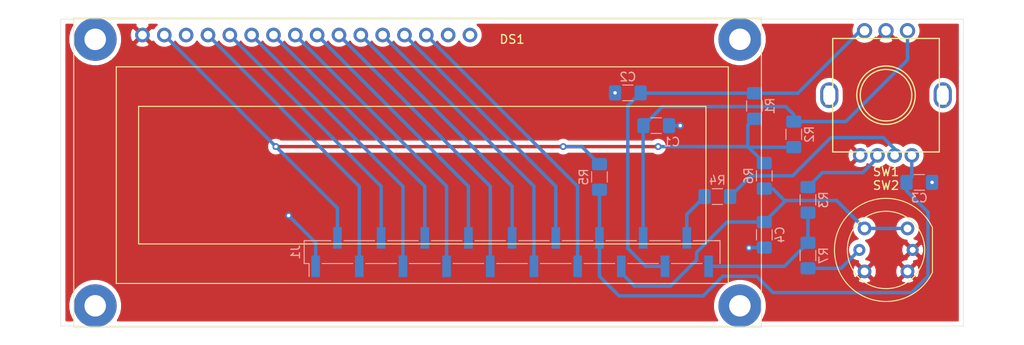
<source format=kicad_pcb>
(kicad_pcb (version 20171130) (host pcbnew "(5.1.2-1)-1")

  (general
    (thickness 1.6)
    (drawings 10)
    (tracks 116)
    (zones 0)
    (modules 15)
    (nets 23)
  )

  (page A4)
  (title_block
    (title "Controller front board with encoder, button and OLED 16x2")
    (date 2020-12-21)
    (rev 0.1)
    (company SQ8KFH)
  )

  (layers
    (0 F.Cu signal)
    (31 B.Cu signal)
    (32 B.Adhes user)
    (33 F.Adhes user)
    (34 B.Paste user)
    (35 F.Paste user)
    (36 B.SilkS user)
    (37 F.SilkS user)
    (38 B.Mask user)
    (39 F.Mask user)
    (40 Dwgs.User user)
    (41 Cmts.User user)
    (42 Eco1.User user)
    (43 Eco2.User user)
    (44 Edge.Cuts user)
    (45 Margin user)
    (46 B.CrtYd user)
    (47 F.CrtYd user)
    (48 B.Fab user hide)
    (49 F.Fab user)
  )

  (setup
    (last_trace_width 0.4)
    (trace_clearance 0.3)
    (zone_clearance 0.508)
    (zone_45_only no)
    (trace_min 0.2)
    (via_size 0.8)
    (via_drill 0.4)
    (via_min_size 0.4)
    (via_min_drill 0.3)
    (uvia_size 0.3)
    (uvia_drill 0.1)
    (uvias_allowed no)
    (uvia_min_size 0.2)
    (uvia_min_drill 0.1)
    (edge_width 0.05)
    (segment_width 0.2)
    (pcb_text_width 0.3)
    (pcb_text_size 1.5 1.5)
    (mod_edge_width 0.12)
    (mod_text_size 1 1)
    (mod_text_width 0.15)
    (pad_size 1.524 1.524)
    (pad_drill 0.762)
    (pad_to_mask_clearance 0.051)
    (solder_mask_min_width 0.25)
    (aux_axis_origin 0 0)
    (grid_origin 162.5 102)
    (visible_elements FFFFFF7F)
    (pcbplotparams
      (layerselection 0x010f0_ffffffff)
      (usegerberextensions true)
      (usegerberattributes false)
      (usegerberadvancedattributes false)
      (creategerberjobfile false)
      (excludeedgelayer true)
      (linewidth 0.100000)
      (plotframeref false)
      (viasonmask false)
      (mode 1)
      (useauxorigin false)
      (hpglpennumber 1)
      (hpglpenspeed 20)
      (hpglpendiameter 15.000000)
      (psnegative false)
      (psa4output false)
      (plotreference true)
      (plotvalue false)
      (plotinvisibletext false)
      (padsonsilk false)
      (subtractmaskfromsilk false)
      (outputformat 1)
      (mirror false)
      (drillshape 0)
      (scaleselection 1)
      (outputdirectory "gerber/"))
  )

  (net 0 "")
  (net 1 "/PB5(INT2)")
  (net 2 GND)
  (net 3 /PD0)
  (net 4 "/PC7(D2A)")
  (net 5 /PC6)
  (net 6 /PC5)
  (net 7 /PC4)
  (net 8 "/PB2(INT1)")
  (net 9 /PD7)
  (net 10 /PD6)
  (net 11 /PD5)
  (net 12 "/PB7(SCK)")
  (net 13 "/PB1(MOSI)")
  (net 14 "/PB0(MISO)")
  (net 15 +5V)
  (net 16 /PB6)
  (net 17 /PB4)
  (net 18 "/PC0(INT3)")
  (net 19 /PB3)
  (net 20 "Net-(R3-Pad2)")
  (net 21 "Net-(R4-Pad2)")
  (net 22 "Net-(R7-Pad1)")

  (net_class Default "To jest domyślna klasa połączeń."
    (clearance 0.3)
    (trace_width 0.4)
    (via_dia 0.8)
    (via_drill 0.4)
    (uvia_dia 0.3)
    (uvia_drill 0.1)
    (add_net +5V)
    (add_net "/PB0(MISO)")
    (add_net "/PB1(MOSI)")
    (add_net "/PB2(INT1)")
    (add_net /PB3)
    (add_net /PB4)
    (add_net "/PB5(INT2)")
    (add_net /PB6)
    (add_net "/PB7(SCK)")
    (add_net "/PC0(INT3)")
    (add_net /PC4)
    (add_net /PC5)
    (add_net /PC6)
    (add_net "/PC7(D2A)")
    (add_net /PD0)
    (add_net /PD5)
    (add_net /PD6)
    (add_net /PD7)
    (add_net GND)
    (add_net "Net-(R3-Pad2)")
    (add_net "Net-(R4-Pad2)")
    (add_net "Net-(R7-Pad1)")
  )

  (module kfhlib:SW_PUSH_HIGHLY_KS01-BL (layer F.Cu) (tedit 5FE104C0) (tstamp 5F9CE1A1)
    (at 206 111 180)
    (descr "SPST-NO with LED - HIGHLY KS01-BL")
    (tags "switch normally-open pushbutton push-button LED")
    (path /6008A3C2)
    (fp_text reference SW2 (at 0 7.5) (layer F.SilkS)
      (effects (font (size 1 1) (thickness 0.15)))
    )
    (fp_text value SW_Push_LED (at 0 -7) (layer F.Fab)
      (effects (font (size 1 1) (thickness 0.15)))
    )
    (fp_circle (center 0 0) (end 0 6.5) (layer F.CrtYd) (width 0.12))
    (fp_circle (center 0 0) (end 0 4.5) (layer F.SilkS) (width 0.12))
    (fp_arc (start 0 0) (end -5.399999 2.609999) (angle -308.407947) (layer F.SilkS) (width 0.12))
    (fp_line (start -5.399999 -2.61) (end -5.399999 2.609999) (layer F.SilkS) (width 0.12))
    (pad 1 thru_hole circle (at -2.5 -2.5 180) (size 1.6 1.6) (drill 0.9) (layers *.Cu *.Mask)
      (net 2 GND))
    (pad 2 thru_hole circle (at -2.5 2.5 180) (size 1.6 1.6) (drill 0.9) (layers *.Cu *.Mask)
      (net 17 /PB4))
    (pad 2 thru_hole circle (at 2.5 2.5 180) (size 1.6 1.6) (drill 0.9) (layers *.Cu *.Mask)
      (net 17 /PB4))
    (pad 1 thru_hole circle (at 2.5 -2.5 180) (size 1.6 1.6) (drill 0.9) (layers *.Cu *.Mask)
      (net 2 GND))
    (pad 4 thru_hole circle (at 3.1 0 180) (size 1.4 1.4) (drill 0.7) (layers *.Cu *.Mask)
      (net 22 "Net-(R7-Pad1)"))
    (pad 3 thru_hole circle (at -3.1 0 180) (size 1.4 1.4) (drill 0.7) (layers *.Cu *.Mask)
      (net 2 GND))
  )

  (module kfhlib:PEL12D-4xxxS-Sxxxx (layer F.Cu) (tedit 5FE10573) (tstamp 5F9CE16C)
    (at 206 93 180)
    (descr "BOURNS PEL12D-4xxxS-Sxxxx Encoder with Dual LED & Switch")
    (tags "bourns encoder")
    (path /5F9CE5C6)
    (fp_text reference SW1 (at 0 -8.9 180) (layer F.SilkS)
      (effects (font (size 1 1) (thickness 0.15)))
    )
    (fp_text value Rotary_Encoder_with_Dual_LED_and_Switch (at 0 9.4 180) (layer F.Fab)
      (effects (font (size 1 1) (thickness 0.15)))
    )
    (fp_line (start -8 8.5) (end -8 -8) (layer F.CrtYd) (width 0.12))
    (fp_line (start 8 8.5) (end -8 8.5) (layer F.CrtYd) (width 0.12))
    (fp_line (start 8 -8) (end 8 8.5) (layer F.CrtYd) (width 0.12))
    (fp_line (start -8 -8) (end 8 -8) (layer F.CrtYd) (width 0.12))
    (fp_line (start -7 1.05) (end -6.2 1.05) (layer F.SilkS) (width 0.12))
    (fp_line (start -7 -1.05) (end -6.2 -1.05) (layer F.SilkS) (width 0.12))
    (fp_line (start 7 -1.05) (end 6.2 -1.05) (layer F.SilkS) (width 0.12))
    (fp_line (start 7 1.05) (end 6.2 1.05) (layer F.SilkS) (width 0.12))
    (fp_line (start 7 -1.05) (end 7 1.05) (layer F.SilkS) (width 0.12))
    (fp_line (start -7 -1.05) (end -7 1.05) (layer F.SilkS) (width 0.12))
    (fp_line (start -6.2 6.6) (end -6.2 -6.6) (layer F.SilkS) (width 0.15))
    (fp_line (start 6.2 6.6) (end -6.2 6.6) (layer F.SilkS) (width 0.15))
    (fp_line (start 6.2 -6.6) (end 6.2 6.6) (layer F.SilkS) (width 0.15))
    (fp_line (start -6.2 -6.6) (end 6.2 -6.6) (layer F.SilkS) (width 0.15))
    (fp_circle (center 0 0) (end 0 -3) (layer F.SilkS) (width 0.15))
    (fp_circle (center 0 0) (end 3.4 0) (layer F.SilkS) (width 0.15))
    (pad 1 thru_hole circle (at 3 -7 270) (size 1.7 1.7) (drill 1) (layers *.Cu *.Mask)
      (net 2 GND))
    (pad 2 thru_hole circle (at 1 -7 270) (size 1.7 1.7) (drill 1) (layers *.Cu *.Mask)
      (net 20 "Net-(R3-Pad2)"))
    (pad "" thru_hole oval (at 6.6 0 180) (size 2.1 3) (drill oval 1.4 2.2) (layers *.Cu *.Mask))
    (pad "" thru_hole oval (at -6.6 0 180) (size 2.1 3) (drill oval 1.4 2.2) (layers *.Cu *.Mask))
    (pad B thru_hole circle (at 2.5 7.5 270) (size 1.778 1.778) (drill 1.1) (layers *.Cu *.Mask)
      (net 16 /PB6))
    (pad C thru_hole circle (at 0 7.5 270) (size 1.778 1.778) (drill 1.1) (layers *.Cu *.Mask)
      (net 2 GND))
    (pad A thru_hole circle (at -2.5 7.5 270) (size 1.778 1.778) (drill 1.1) (layers *.Cu *.Mask)
      (net 1 "/PB5(INT2)"))
    (pad 3 thru_hole circle (at -1 -7 270) (size 1.7 1.7) (drill 1) (layers *.Cu *.Mask)
      (net 21 "Net-(R4-Pad2)"))
    (pad 4 thru_hole circle (at -3 -7 270) (size 1.7 1.7) (drill 1) (layers *.Cu *.Mask)
      (net 19 /PB3))
  )

  (module Resistor_SMD:R_1206_3216Metric_Pad1.42x1.75mm_HandSolder (layer B.Cu) (tedit 5B301BBD) (tstamp 5FE1988C)
    (at 196.917 111.652 90)
    (descr "Resistor SMD 1206 (3216 Metric), square (rectangular) end terminal, IPC_7351 nominal with elongated pad for handsoldering. (Body size source: http://www.tortai-tech.com/upload/download/2011102023233369053.pdf), generated with kicad-footprint-generator")
    (tags "resistor handsolder")
    (path /5FA6CF35)
    (attr smd)
    (fp_text reference R7 (at 0 1.82 90) (layer B.SilkS)
      (effects (font (size 1 1) (thickness 0.15)) (justify mirror))
    )
    (fp_text value 470R (at 0 -1.82 90) (layer B.Fab)
      (effects (font (size 1 1) (thickness 0.15)) (justify mirror))
    )
    (fp_text user %R (at 0 0 90) (layer B.Fab)
      (effects (font (size 0.8 0.8) (thickness 0.12)) (justify mirror))
    )
    (fp_line (start 2.45 -1.12) (end -2.45 -1.12) (layer B.CrtYd) (width 0.05))
    (fp_line (start 2.45 1.12) (end 2.45 -1.12) (layer B.CrtYd) (width 0.05))
    (fp_line (start -2.45 1.12) (end 2.45 1.12) (layer B.CrtYd) (width 0.05))
    (fp_line (start -2.45 -1.12) (end -2.45 1.12) (layer B.CrtYd) (width 0.05))
    (fp_line (start -0.602064 -0.91) (end 0.602064 -0.91) (layer B.SilkS) (width 0.12))
    (fp_line (start -0.602064 0.91) (end 0.602064 0.91) (layer B.SilkS) (width 0.12))
    (fp_line (start 1.6 -0.8) (end -1.6 -0.8) (layer B.Fab) (width 0.1))
    (fp_line (start 1.6 0.8) (end 1.6 -0.8) (layer B.Fab) (width 0.1))
    (fp_line (start -1.6 0.8) (end 1.6 0.8) (layer B.Fab) (width 0.1))
    (fp_line (start -1.6 -0.8) (end -1.6 0.8) (layer B.Fab) (width 0.1))
    (pad 2 smd roundrect (at 1.4875 0 90) (size 1.425 1.75) (layers B.Cu B.Paste B.Mask) (roundrect_rratio 0.175439)
      (net 18 "/PC0(INT3)"))
    (pad 1 smd roundrect (at -1.4875 0 90) (size 1.425 1.75) (layers B.Cu B.Paste B.Mask) (roundrect_rratio 0.175439)
      (net 22 "Net-(R7-Pad1)"))
    (model ${KISYS3DMOD}/Resistor_SMD.3dshapes/R_1206_3216Metric.wrl
      (at (xyz 0 0 0))
      (scale (xyz 1 1 1))
      (rotate (xyz 0 0 0))
    )
  )

  (module Resistor_SMD:R_1206_3216Metric_Pad1.42x1.75mm_HandSolder (layer B.Cu) (tedit 5B301BBD) (tstamp 5FE1987B)
    (at 191.837 102.381 270)
    (descr "Resistor SMD 1206 (3216 Metric), square (rectangular) end terminal, IPC_7351 nominal with elongated pad for handsoldering. (Body size source: http://www.tortai-tech.com/upload/download/2011102023233369053.pdf), generated with kicad-footprint-generator")
    (tags "resistor handsolder")
    (path /5FA82C5C)
    (attr smd)
    (fp_text reference R6 (at 0 1.82 90) (layer B.SilkS)
      (effects (font (size 1 1) (thickness 0.15)) (justify mirror))
    )
    (fp_text value 10k (at 0 -1.82 90) (layer B.Fab)
      (effects (font (size 1 1) (thickness 0.15)) (justify mirror))
    )
    (fp_text user %R (at 0 0 90) (layer B.Fab)
      (effects (font (size 0.8 0.8) (thickness 0.12)) (justify mirror))
    )
    (fp_line (start 2.45 -1.12) (end -2.45 -1.12) (layer B.CrtYd) (width 0.05))
    (fp_line (start 2.45 1.12) (end 2.45 -1.12) (layer B.CrtYd) (width 0.05))
    (fp_line (start -2.45 1.12) (end 2.45 1.12) (layer B.CrtYd) (width 0.05))
    (fp_line (start -2.45 -1.12) (end -2.45 1.12) (layer B.CrtYd) (width 0.05))
    (fp_line (start -0.602064 -0.91) (end 0.602064 -0.91) (layer B.SilkS) (width 0.12))
    (fp_line (start -0.602064 0.91) (end 0.602064 0.91) (layer B.SilkS) (width 0.12))
    (fp_line (start 1.6 -0.8) (end -1.6 -0.8) (layer B.Fab) (width 0.1))
    (fp_line (start 1.6 0.8) (end 1.6 -0.8) (layer B.Fab) (width 0.1))
    (fp_line (start -1.6 0.8) (end 1.6 0.8) (layer B.Fab) (width 0.1))
    (fp_line (start -1.6 -0.8) (end -1.6 0.8) (layer B.Fab) (width 0.1))
    (pad 2 smd roundrect (at 1.4875 0 270) (size 1.425 1.75) (layers B.Cu B.Paste B.Mask) (roundrect_rratio 0.175439)
      (net 17 /PB4))
    (pad 1 smd roundrect (at -1.4875 0 270) (size 1.425 1.75) (layers B.Cu B.Paste B.Mask) (roundrect_rratio 0.175439)
      (net 15 +5V))
    (model ${KISYS3DMOD}/Resistor_SMD.3dshapes/R_1206_3216Metric.wrl
      (at (xyz 0 0 0))
      (scale (xyz 1 1 1))
      (rotate (xyz 0 0 0))
    )
  )

  (module Resistor_SMD:R_1206_3216Metric_Pad1.42x1.75mm_HandSolder (layer B.Cu) (tedit 5B301BBD) (tstamp 5FE1986A)
    (at 172.66 102.508 270)
    (descr "Resistor SMD 1206 (3216 Metric), square (rectangular) end terminal, IPC_7351 nominal with elongated pad for handsoldering. (Body size source: http://www.tortai-tech.com/upload/download/2011102023233369053.pdf), generated with kicad-footprint-generator")
    (tags "resistor handsolder")
    (path /5FA2C728)
    (attr smd)
    (fp_text reference R5 (at 0 1.82 90) (layer B.SilkS)
      (effects (font (size 1 1) (thickness 0.15)) (justify mirror))
    )
    (fp_text value 10k (at 0 -1.82 90) (layer B.Fab)
      (effects (font (size 1 1) (thickness 0.15)) (justify mirror))
    )
    (fp_text user %R (at 0 0 90) (layer B.Fab)
      (effects (font (size 0.8 0.8) (thickness 0.12)) (justify mirror))
    )
    (fp_line (start 2.45 -1.12) (end -2.45 -1.12) (layer B.CrtYd) (width 0.05))
    (fp_line (start 2.45 1.12) (end 2.45 -1.12) (layer B.CrtYd) (width 0.05))
    (fp_line (start -2.45 1.12) (end 2.45 1.12) (layer B.CrtYd) (width 0.05))
    (fp_line (start -2.45 -1.12) (end -2.45 1.12) (layer B.CrtYd) (width 0.05))
    (fp_line (start -0.602064 -0.91) (end 0.602064 -0.91) (layer B.SilkS) (width 0.12))
    (fp_line (start -0.602064 0.91) (end 0.602064 0.91) (layer B.SilkS) (width 0.12))
    (fp_line (start 1.6 -0.8) (end -1.6 -0.8) (layer B.Fab) (width 0.1))
    (fp_line (start 1.6 0.8) (end 1.6 -0.8) (layer B.Fab) (width 0.1))
    (fp_line (start -1.6 0.8) (end 1.6 0.8) (layer B.Fab) (width 0.1))
    (fp_line (start -1.6 -0.8) (end -1.6 0.8) (layer B.Fab) (width 0.1))
    (pad 2 smd roundrect (at 1.4875 0 270) (size 1.425 1.75) (layers B.Cu B.Paste B.Mask) (roundrect_rratio 0.175439)
      (net 19 /PB3))
    (pad 1 smd roundrect (at -1.4875 0 270) (size 1.425 1.75) (layers B.Cu B.Paste B.Mask) (roundrect_rratio 0.175439)
      (net 15 +5V))
    (model ${KISYS3DMOD}/Resistor_SMD.3dshapes/R_1206_3216Metric.wrl
      (at (xyz 0 0 0))
      (scale (xyz 1 1 1))
      (rotate (xyz 0 0 0))
    )
  )

  (module Capacitor_SMD:C_1206_3216Metric_Pad1.42x1.75mm_HandSolder (layer B.Cu) (tedit 5B301BBE) (tstamp 5FE19714)
    (at 191.837 109.239 90)
    (descr "Capacitor SMD 1206 (3216 Metric), square (rectangular) end terminal, IPC_7351 nominal with elongated pad for handsoldering. (Body size source: http://www.tortai-tech.com/upload/download/2011102023233369053.pdf), generated with kicad-footprint-generator")
    (tags "capacitor handsolder")
    (path /5FA6C5D4)
    (attr smd)
    (fp_text reference C4 (at 0 1.82 90) (layer B.SilkS)
      (effects (font (size 1 1) (thickness 0.15)) (justify mirror))
    )
    (fp_text value 100nF (at 0 -1.82 90) (layer B.Fab)
      (effects (font (size 1 1) (thickness 0.15)) (justify mirror))
    )
    (fp_text user %R (at 0 0 90) (layer B.Fab)
      (effects (font (size 0.8 0.8) (thickness 0.12)) (justify mirror))
    )
    (fp_line (start 2.45 -1.12) (end -2.45 -1.12) (layer B.CrtYd) (width 0.05))
    (fp_line (start 2.45 1.12) (end 2.45 -1.12) (layer B.CrtYd) (width 0.05))
    (fp_line (start -2.45 1.12) (end 2.45 1.12) (layer B.CrtYd) (width 0.05))
    (fp_line (start -2.45 -1.12) (end -2.45 1.12) (layer B.CrtYd) (width 0.05))
    (fp_line (start -0.602064 -0.91) (end 0.602064 -0.91) (layer B.SilkS) (width 0.12))
    (fp_line (start -0.602064 0.91) (end 0.602064 0.91) (layer B.SilkS) (width 0.12))
    (fp_line (start 1.6 -0.8) (end -1.6 -0.8) (layer B.Fab) (width 0.1))
    (fp_line (start 1.6 0.8) (end 1.6 -0.8) (layer B.Fab) (width 0.1))
    (fp_line (start -1.6 0.8) (end 1.6 0.8) (layer B.Fab) (width 0.1))
    (fp_line (start -1.6 -0.8) (end -1.6 0.8) (layer B.Fab) (width 0.1))
    (pad 2 smd roundrect (at 1.4875 0 90) (size 1.425 1.75) (layers B.Cu B.Paste B.Mask) (roundrect_rratio 0.175439)
      (net 17 /PB4))
    (pad 1 smd roundrect (at -1.4875 0 90) (size 1.425 1.75) (layers B.Cu B.Paste B.Mask) (roundrect_rratio 0.175439)
      (net 2 GND))
    (model ${KISYS3DMOD}/Capacitor_SMD.3dshapes/C_1206_3216Metric.wrl
      (at (xyz 0 0 0))
      (scale (xyz 1 1 1))
      (rotate (xyz 0 0 0))
    )
  )

  (module Capacitor_SMD:C_1206_3216Metric_Pad1.42x1.75mm_HandSolder (layer B.Cu) (tedit 5B301BBE) (tstamp 5FE19703)
    (at 209.871 103.143)
    (descr "Capacitor SMD 1206 (3216 Metric), square (rectangular) end terminal, IPC_7351 nominal with elongated pad for handsoldering. (Body size source: http://www.tortai-tech.com/upload/download/2011102023233369053.pdf), generated with kicad-footprint-generator")
    (tags "capacitor handsolder")
    (path /5FA0D913)
    (attr smd)
    (fp_text reference C3 (at 0 1.82) (layer B.SilkS)
      (effects (font (size 1 1) (thickness 0.15)) (justify mirror))
    )
    (fp_text value 100nF (at 0 -1.82) (layer B.Fab)
      (effects (font (size 1 1) (thickness 0.15)) (justify mirror))
    )
    (fp_text user %R (at 0 0) (layer B.Fab)
      (effects (font (size 0.8 0.8) (thickness 0.12)) (justify mirror))
    )
    (fp_line (start 2.45 -1.12) (end -2.45 -1.12) (layer B.CrtYd) (width 0.05))
    (fp_line (start 2.45 1.12) (end 2.45 -1.12) (layer B.CrtYd) (width 0.05))
    (fp_line (start -2.45 1.12) (end 2.45 1.12) (layer B.CrtYd) (width 0.05))
    (fp_line (start -2.45 -1.12) (end -2.45 1.12) (layer B.CrtYd) (width 0.05))
    (fp_line (start -0.602064 -0.91) (end 0.602064 -0.91) (layer B.SilkS) (width 0.12))
    (fp_line (start -0.602064 0.91) (end 0.602064 0.91) (layer B.SilkS) (width 0.12))
    (fp_line (start 1.6 -0.8) (end -1.6 -0.8) (layer B.Fab) (width 0.1))
    (fp_line (start 1.6 0.8) (end 1.6 -0.8) (layer B.Fab) (width 0.1))
    (fp_line (start -1.6 0.8) (end 1.6 0.8) (layer B.Fab) (width 0.1))
    (fp_line (start -1.6 -0.8) (end -1.6 0.8) (layer B.Fab) (width 0.1))
    (pad 2 smd roundrect (at 1.4875 0) (size 1.425 1.75) (layers B.Cu B.Paste B.Mask) (roundrect_rratio 0.175439)
      (net 2 GND))
    (pad 1 smd roundrect (at -1.4875 0) (size 1.425 1.75) (layers B.Cu B.Paste B.Mask) (roundrect_rratio 0.175439)
      (net 19 /PB3))
    (model ${KISYS3DMOD}/Capacitor_SMD.3dshapes/C_1206_3216Metric.wrl
      (at (xyz 0 0 0))
      (scale (xyz 1 1 1))
      (rotate (xyz 0 0 0))
    )
  )

  (module Resistor_SMD:R_1206_3216Metric_Pad1.42x1.75mm_HandSolder (layer B.Cu) (tedit 5B301BBD) (tstamp 5F9BDD96)
    (at 195.266 97.555 90)
    (descr "Resistor SMD 1206 (3216 Metric), square (rectangular) end terminal, IPC_7351 nominal with elongated pad for handsoldering. (Body size source: http://www.tortai-tech.com/upload/download/2011102023233369053.pdf), generated with kicad-footprint-generator")
    (tags "resistor handsolder")
    (path /5FA1CE23)
    (attr smd)
    (fp_text reference R2 (at 0 1.82 90) (layer B.SilkS)
      (effects (font (size 1 1) (thickness 0.15)) (justify mirror))
    )
    (fp_text value 10k (at 0 -1.82 90) (layer B.Fab)
      (effects (font (size 1 1) (thickness 0.15)) (justify mirror))
    )
    (fp_text user %R (at 0 0 90) (layer B.Fab)
      (effects (font (size 0.8 0.8) (thickness 0.12)) (justify mirror))
    )
    (fp_line (start 2.45 -1.12) (end -2.45 -1.12) (layer B.CrtYd) (width 0.05))
    (fp_line (start 2.45 1.12) (end 2.45 -1.12) (layer B.CrtYd) (width 0.05))
    (fp_line (start -2.45 1.12) (end 2.45 1.12) (layer B.CrtYd) (width 0.05))
    (fp_line (start -2.45 -1.12) (end -2.45 1.12) (layer B.CrtYd) (width 0.05))
    (fp_line (start -0.602064 -0.91) (end 0.602064 -0.91) (layer B.SilkS) (width 0.12))
    (fp_line (start -0.602064 0.91) (end 0.602064 0.91) (layer B.SilkS) (width 0.12))
    (fp_line (start 1.6 -0.8) (end -1.6 -0.8) (layer B.Fab) (width 0.1))
    (fp_line (start 1.6 0.8) (end 1.6 -0.8) (layer B.Fab) (width 0.1))
    (fp_line (start -1.6 0.8) (end 1.6 0.8) (layer B.Fab) (width 0.1))
    (fp_line (start -1.6 -0.8) (end -1.6 0.8) (layer B.Fab) (width 0.1))
    (pad 2 smd roundrect (at 1.4875 0 90) (size 1.425 1.75) (layers B.Cu B.Paste B.Mask) (roundrect_rratio 0.175439)
      (net 1 "/PB5(INT2)"))
    (pad 1 smd roundrect (at -1.4875 0 90) (size 1.425 1.75) (layers B.Cu B.Paste B.Mask) (roundrect_rratio 0.175439)
      (net 15 +5V))
    (model ${KISYS3DMOD}/Resistor_SMD.3dshapes/R_1206_3216Metric.wrl
      (at (xyz 0 0 0))
      (scale (xyz 1 1 1))
      (rotate (xyz 0 0 0))
    )
  )

  (module Resistor_SMD:R_1206_3216Metric_Pad1.42x1.75mm_HandSolder (layer B.Cu) (tedit 5B301BBD) (tstamp 5F9CCBB8)
    (at 190.694 94.253 90)
    (descr "Resistor SMD 1206 (3216 Metric), square (rectangular) end terminal, IPC_7351 nominal with elongated pad for handsoldering. (Body size source: http://www.tortai-tech.com/upload/download/2011102023233369053.pdf), generated with kicad-footprint-generator")
    (tags "resistor handsolder")
    (path /5FA1D6FF)
    (attr smd)
    (fp_text reference R1 (at 0 1.82 90) (layer B.SilkS)
      (effects (font (size 1 1) (thickness 0.15)) (justify mirror))
    )
    (fp_text value 10k (at 0 -1.82 90) (layer B.Fab)
      (effects (font (size 1 1) (thickness 0.15)) (justify mirror))
    )
    (fp_text user %R (at 0 0 90) (layer B.Fab)
      (effects (font (size 0.8 0.8) (thickness 0.12)) (justify mirror))
    )
    (fp_line (start 2.45 -1.12) (end -2.45 -1.12) (layer B.CrtYd) (width 0.05))
    (fp_line (start 2.45 1.12) (end 2.45 -1.12) (layer B.CrtYd) (width 0.05))
    (fp_line (start -2.45 1.12) (end 2.45 1.12) (layer B.CrtYd) (width 0.05))
    (fp_line (start -2.45 -1.12) (end -2.45 1.12) (layer B.CrtYd) (width 0.05))
    (fp_line (start -0.602064 -0.91) (end 0.602064 -0.91) (layer B.SilkS) (width 0.12))
    (fp_line (start -0.602064 0.91) (end 0.602064 0.91) (layer B.SilkS) (width 0.12))
    (fp_line (start 1.6 -0.8) (end -1.6 -0.8) (layer B.Fab) (width 0.1))
    (fp_line (start 1.6 0.8) (end 1.6 -0.8) (layer B.Fab) (width 0.1))
    (fp_line (start -1.6 0.8) (end 1.6 0.8) (layer B.Fab) (width 0.1))
    (fp_line (start -1.6 -0.8) (end -1.6 0.8) (layer B.Fab) (width 0.1))
    (pad 2 smd roundrect (at 1.4875 0 90) (size 1.425 1.75) (layers B.Cu B.Paste B.Mask) (roundrect_rratio 0.175439)
      (net 16 /PB6))
    (pad 1 smd roundrect (at -1.4875 0 90) (size 1.425 1.75) (layers B.Cu B.Paste B.Mask) (roundrect_rratio 0.175439)
      (net 15 +5V))
    (model ${KISYS3DMOD}/Resistor_SMD.3dshapes/R_1206_3216Metric.wrl
      (at (xyz 0 0 0))
      (scale (xyz 1 1 1))
      (rotate (xyz 0 0 0))
    )
  )

  (module Capacitor_SMD:C_1206_3216Metric_Pad1.42x1.75mm_HandSolder (layer B.Cu) (tedit 5B301BBE) (tstamp 5F9BDC80)
    (at 179.264 96.539)
    (descr "Capacitor SMD 1206 (3216 Metric), square (rectangular) end terminal, IPC_7351 nominal with elongated pad for handsoldering. (Body size source: http://www.tortai-tech.com/upload/download/2011102023233369053.pdf), generated with kicad-footprint-generator")
    (tags "capacitor handsolder")
    (path /5FA0E262)
    (attr smd)
    (fp_text reference C1 (at 1.8125 1.9) (layer B.SilkS)
      (effects (font (size 1 1) (thickness 0.15)) (justify mirror))
    )
    (fp_text value 100nF (at 0 -1.82) (layer B.Fab)
      (effects (font (size 1 1) (thickness 0.15)) (justify mirror))
    )
    (fp_text user %R (at 0 0) (layer B.Fab)
      (effects (font (size 0.8 0.8) (thickness 0.12)) (justify mirror))
    )
    (fp_line (start 2.45 -1.12) (end -2.45 -1.12) (layer B.CrtYd) (width 0.05))
    (fp_line (start 2.45 1.12) (end 2.45 -1.12) (layer B.CrtYd) (width 0.05))
    (fp_line (start -2.45 1.12) (end 2.45 1.12) (layer B.CrtYd) (width 0.05))
    (fp_line (start -2.45 -1.12) (end -2.45 1.12) (layer B.CrtYd) (width 0.05))
    (fp_line (start -0.602064 -0.91) (end 0.602064 -0.91) (layer B.SilkS) (width 0.12))
    (fp_line (start -0.602064 0.91) (end 0.602064 0.91) (layer B.SilkS) (width 0.12))
    (fp_line (start 1.6 -0.8) (end -1.6 -0.8) (layer B.Fab) (width 0.1))
    (fp_line (start 1.6 0.8) (end 1.6 -0.8) (layer B.Fab) (width 0.1))
    (fp_line (start -1.6 0.8) (end 1.6 0.8) (layer B.Fab) (width 0.1))
    (fp_line (start -1.6 -0.8) (end -1.6 0.8) (layer B.Fab) (width 0.1))
    (pad 2 smd roundrect (at 1.4875 0) (size 1.425 1.75) (layers B.Cu B.Paste B.Mask) (roundrect_rratio 0.175439)
      (net 2 GND))
    (pad 1 smd roundrect (at -1.4875 0) (size 1.425 1.75) (layers B.Cu B.Paste B.Mask) (roundrect_rratio 0.175439)
      (net 1 "/PB5(INT2)"))
    (model ${KISYS3DMOD}/Capacitor_SMD.3dshapes/C_1206_3216Metric.wrl
      (at (xyz 0 0 0))
      (scale (xyz 1 1 1))
      (rotate (xyz 0 0 0))
    )
  )

  (module kfhlib:REC001602A locked (layer F.Cu) (tedit 5F9C3E84) (tstamp 5F9CBFD4)
    (at 152.05 102.3)
    (descr "LCD 16x2 https://www.raystar-optronics.com/upload_files/oled-display/16x2-oled-character-display/REC001602A-datasheet.pdf")
    (tags "LCD 16x2 Alphanumeric 16pin")
    (path /6008A3C0)
    (fp_text reference DS1 (at 10.45 -15.8) (layer F.SilkS)
      (effects (font (size 1 1) (thickness 0.15)))
    )
    (fp_text value RS0010 (at 0 -0.5) (layer F.Fab)
      (effects (font (size 1 1) (thickness 0.15)))
    )
    (fp_line (start -33 8) (end -33 -8) (layer F.SilkS) (width 0.12))
    (fp_line (start 33 8) (end -33 8) (layer F.SilkS) (width 0.12))
    (fp_line (start 33 -8) (end 33 8) (layer F.SilkS) (width 0.12))
    (fp_line (start -33 -8) (end 33 -8) (layer F.SilkS) (width 0.12))
    (fp_line (start -35.6 12.6) (end -35.6 -12.6) (layer F.SilkS) (width 0.12))
    (fp_line (start 35.6 12.6) (end -35.6 12.6) (layer F.SilkS) (width 0.12))
    (fp_line (start 35.6 -12.6) (end 35.6 12.6) (layer F.SilkS) (width 0.12))
    (fp_line (start -35.6 -12.6) (end 35.6 -12.6) (layer F.SilkS) (width 0.12))
    (fp_line (start -40.55 17.7) (end -40.55 -18.3) (layer F.SilkS) (width 0.12))
    (fp_line (start 39.45 17.7) (end -40.55 17.7) (layer F.SilkS) (width 0.12))
    (fp_line (start 39.45 -18.3) (end 39.45 17.7) (layer F.SilkS) (width 0.12))
    (fp_line (start -40.55 -18.3) (end 39.45 -18.3) (layer F.SilkS) (width 0.12))
    (pad 16 thru_hole circle (at 5.55 -16.3) (size 1.7 1.7) (drill 1) (layers *.Cu *.Mask))
    (pad 15 thru_hole circle (at 3.01 -16.3) (size 1.7 1.7) (drill 1) (layers *.Cu *.Mask))
    (pad 14 thru_hole circle (at 0.47 -16.3) (size 1.7 1.7) (drill 1) (layers *.Cu *.Mask)
      (net 4 "/PC7(D2A)"))
    (pad 13 thru_hole circle (at -2.07 -16.3) (size 1.7 1.7) (drill 1) (layers *.Cu *.Mask)
      (net 5 /PC6))
    (pad 12 thru_hole circle (at -4.61 -16.3) (size 1.7 1.7) (drill 1) (layers *.Cu *.Mask)
      (net 6 /PC5))
    (pad 11 thru_hole circle (at -7.15 -16.3) (size 1.7 1.7) (drill 1) (layers *.Cu *.Mask)
      (net 7 /PC4))
    (pad 10 thru_hole circle (at -9.69 -16.3) (size 1.7 1.7) (drill 1) (layers *.Cu *.Mask)
      (net 8 "/PB2(INT1)"))
    (pad 9 thru_hole circle (at -12.23 -16.3) (size 1.7 1.7) (drill 1) (layers *.Cu *.Mask)
      (net 9 /PD7))
    (pad 8 thru_hole circle (at -14.77 -16.3) (size 1.7 1.7) (drill 1) (layers *.Cu *.Mask)
      (net 10 /PD6))
    (pad 7 thru_hole circle (at -17.31 -16.3) (size 1.7 1.7) (drill 1) (layers *.Cu *.Mask)
      (net 11 /PD5))
    (pad 6 thru_hole circle (at -19.85 -16.3) (size 1.7 1.7) (drill 1) (layers *.Cu *.Mask)
      (net 12 "/PB7(SCK)"))
    (pad 5 thru_hole circle (at -22.39 -16.3) (size 1.7 1.7) (drill 1) (layers *.Cu *.Mask)
      (net 13 "/PB1(MOSI)"))
    (pad 4 thru_hole circle (at -24.93 -16.3) (size 1.7 1.7) (drill 1) (layers *.Cu *.Mask)
      (net 14 "/PB0(MISO)"))
    (pad 3 thru_hole circle (at -27.47 -16.3) (size 1.7 1.7) (drill 1) (layers *.Cu *.Mask))
    (pad 2 thru_hole circle (at -30.01 -16.3) (size 1.7 1.7) (drill 1) (layers *.Cu *.Mask)
      (net 15 +5V))
    (pad 1 thru_hole circle (at -32.55 -16.3) (size 1.7 1.7) (drill 1) (layers *.Cu *.Mask)
      (net 2 GND))
    (pad "" thru_hole circle (at 36.95 15.2) (size 5 5) (drill 2.5) (layers *.Cu *.Mask))
    (pad "" thru_hole circle (at 36.95 -15.8) (size 5 5) (drill 2.5) (layers *.Cu *.Mask))
    (pad "" thru_hole circle (at -38.05 -15.8) (size 5 5) (drill 2.5) (layers *.Cu *.Mask))
    (pad "" thru_hole circle (at -38.05 15.2) (size 5 5) (drill 2.5) (layers *.Cu *.Mask))
  )

  (module Connector_PinHeader_2.54mm:PinHeader_1x19_P2.54mm_Vertical_SMD_Pin1Right locked (layer B.Cu) (tedit 59FED5CC) (tstamp 5F9CBC9C)
    (at 162.5 111.25 270)
    (descr "surface-mounted straight pin header, 1x19, 2.54mm pitch, single row, style 2 (pin 1 right)")
    (tags "Surface mounted pin header SMD 1x19 2.54mm single row style2 pin1 right")
    (path /5FCB9B12)
    (attr smd)
    (fp_text reference J1 (at 0 25.19 90) (layer B.SilkS)
      (effects (font (size 1 1) (thickness 0.15)) (justify mirror))
    )
    (fp_text value Conn_01x19 (at 0 -25.19 90) (layer B.Fab)
      (effects (font (size 1 1) (thickness 0.15)) (justify mirror))
    )
    (fp_text user %R (at 0 0 180) (layer B.Fab)
      (effects (font (size 1 1) (thickness 0.15)) (justify mirror))
    )
    (fp_line (start 3.45 24.65) (end -3.45 24.65) (layer B.CrtYd) (width 0.05))
    (fp_line (start 3.45 -24.65) (end 3.45 24.65) (layer B.CrtYd) (width 0.05))
    (fp_line (start -3.45 -24.65) (end 3.45 -24.65) (layer B.CrtYd) (width 0.05))
    (fp_line (start -3.45 24.65) (end -3.45 -24.65) (layer B.CrtYd) (width 0.05))
    (fp_line (start -1.33 -21.08) (end -1.33 -24.19) (layer B.SilkS) (width 0.12))
    (fp_line (start -1.33 -16) (end -1.33 -19.56) (layer B.SilkS) (width 0.12))
    (fp_line (start -1.33 -10.92) (end -1.33 -14.48) (layer B.SilkS) (width 0.12))
    (fp_line (start -1.33 -5.84) (end -1.33 -9.4) (layer B.SilkS) (width 0.12))
    (fp_line (start -1.33 -0.76) (end -1.33 -4.32) (layer B.SilkS) (width 0.12))
    (fp_line (start -1.33 4.32) (end -1.33 0.76) (layer B.SilkS) (width 0.12))
    (fp_line (start -1.33 9.4) (end -1.33 5.84) (layer B.SilkS) (width 0.12))
    (fp_line (start -1.33 14.48) (end -1.33 10.92) (layer B.SilkS) (width 0.12))
    (fp_line (start -1.33 19.56) (end -1.33 16) (layer B.SilkS) (width 0.12))
    (fp_line (start -1.33 -23.62) (end -1.33 -24.19) (layer B.SilkS) (width 0.12))
    (fp_line (start 1.33 24.19) (end 1.33 23.62) (layer B.SilkS) (width 0.12))
    (fp_line (start 1.33 23.62) (end 2.85 23.62) (layer B.SilkS) (width 0.12))
    (fp_line (start -1.33 24.19) (end -1.33 21.08) (layer B.SilkS) (width 0.12))
    (fp_line (start 1.33 -18.54) (end 1.33 -22.1) (layer B.SilkS) (width 0.12))
    (fp_line (start 1.33 -13.46) (end 1.33 -17.02) (layer B.SilkS) (width 0.12))
    (fp_line (start 1.33 -8.38) (end 1.33 -11.94) (layer B.SilkS) (width 0.12))
    (fp_line (start 1.33 -3.3) (end 1.33 -6.86) (layer B.SilkS) (width 0.12))
    (fp_line (start 1.33 1.78) (end 1.33 -1.78) (layer B.SilkS) (width 0.12))
    (fp_line (start 1.33 6.86) (end 1.33 3.3) (layer B.SilkS) (width 0.12))
    (fp_line (start 1.33 11.94) (end 1.33 8.38) (layer B.SilkS) (width 0.12))
    (fp_line (start 1.33 17.02) (end 1.33 13.46) (layer B.SilkS) (width 0.12))
    (fp_line (start 1.33 22.1) (end 1.33 18.54) (layer B.SilkS) (width 0.12))
    (fp_line (start -1.33 -24.19) (end 1.33 -24.19) (layer B.SilkS) (width 0.12))
    (fp_line (start -1.33 24.19) (end 1.33 24.19) (layer B.SilkS) (width 0.12))
    (fp_line (start 2.54 -23.18) (end 1.27 -23.18) (layer B.Fab) (width 0.1))
    (fp_line (start 2.54 -22.54) (end 2.54 -23.18) (layer B.Fab) (width 0.1))
    (fp_line (start 1.27 -22.54) (end 2.54 -22.54) (layer B.Fab) (width 0.1))
    (fp_line (start 2.54 -18.1) (end 1.27 -18.1) (layer B.Fab) (width 0.1))
    (fp_line (start 2.54 -17.46) (end 2.54 -18.1) (layer B.Fab) (width 0.1))
    (fp_line (start 1.27 -17.46) (end 2.54 -17.46) (layer B.Fab) (width 0.1))
    (fp_line (start 2.54 -13.02) (end 1.27 -13.02) (layer B.Fab) (width 0.1))
    (fp_line (start 2.54 -12.38) (end 2.54 -13.02) (layer B.Fab) (width 0.1))
    (fp_line (start 1.27 -12.38) (end 2.54 -12.38) (layer B.Fab) (width 0.1))
    (fp_line (start 2.54 -7.94) (end 1.27 -7.94) (layer B.Fab) (width 0.1))
    (fp_line (start 2.54 -7.3) (end 2.54 -7.94) (layer B.Fab) (width 0.1))
    (fp_line (start 1.27 -7.3) (end 2.54 -7.3) (layer B.Fab) (width 0.1))
    (fp_line (start 2.54 -2.86) (end 1.27 -2.86) (layer B.Fab) (width 0.1))
    (fp_line (start 2.54 -2.22) (end 2.54 -2.86) (layer B.Fab) (width 0.1))
    (fp_line (start 1.27 -2.22) (end 2.54 -2.22) (layer B.Fab) (width 0.1))
    (fp_line (start 2.54 2.22) (end 1.27 2.22) (layer B.Fab) (width 0.1))
    (fp_line (start 2.54 2.86) (end 2.54 2.22) (layer B.Fab) (width 0.1))
    (fp_line (start 1.27 2.86) (end 2.54 2.86) (layer B.Fab) (width 0.1))
    (fp_line (start 2.54 7.3) (end 1.27 7.3) (layer B.Fab) (width 0.1))
    (fp_line (start 2.54 7.94) (end 2.54 7.3) (layer B.Fab) (width 0.1))
    (fp_line (start 1.27 7.94) (end 2.54 7.94) (layer B.Fab) (width 0.1))
    (fp_line (start 2.54 12.38) (end 1.27 12.38) (layer B.Fab) (width 0.1))
    (fp_line (start 2.54 13.02) (end 2.54 12.38) (layer B.Fab) (width 0.1))
    (fp_line (start 1.27 13.02) (end 2.54 13.02) (layer B.Fab) (width 0.1))
    (fp_line (start 2.54 17.46) (end 1.27 17.46) (layer B.Fab) (width 0.1))
    (fp_line (start 2.54 18.1) (end 2.54 17.46) (layer B.Fab) (width 0.1))
    (fp_line (start 1.27 18.1) (end 2.54 18.1) (layer B.Fab) (width 0.1))
    (fp_line (start 2.54 22.54) (end 1.27 22.54) (layer B.Fab) (width 0.1))
    (fp_line (start 2.54 23.18) (end 2.54 22.54) (layer B.Fab) (width 0.1))
    (fp_line (start 1.27 23.18) (end 2.54 23.18) (layer B.Fab) (width 0.1))
    (fp_line (start -2.54 -20.64) (end -1.27 -20.64) (layer B.Fab) (width 0.1))
    (fp_line (start -2.54 -20) (end -2.54 -20.64) (layer B.Fab) (width 0.1))
    (fp_line (start -1.27 -20) (end -2.54 -20) (layer B.Fab) (width 0.1))
    (fp_line (start -2.54 -15.56) (end -1.27 -15.56) (layer B.Fab) (width 0.1))
    (fp_line (start -2.54 -14.92) (end -2.54 -15.56) (layer B.Fab) (width 0.1))
    (fp_line (start -1.27 -14.92) (end -2.54 -14.92) (layer B.Fab) (width 0.1))
    (fp_line (start -2.54 -10.48) (end -1.27 -10.48) (layer B.Fab) (width 0.1))
    (fp_line (start -2.54 -9.84) (end -2.54 -10.48) (layer B.Fab) (width 0.1))
    (fp_line (start -1.27 -9.84) (end -2.54 -9.84) (layer B.Fab) (width 0.1))
    (fp_line (start -2.54 -5.4) (end -1.27 -5.4) (layer B.Fab) (width 0.1))
    (fp_line (start -2.54 -4.76) (end -2.54 -5.4) (layer B.Fab) (width 0.1))
    (fp_line (start -1.27 -4.76) (end -2.54 -4.76) (layer B.Fab) (width 0.1))
    (fp_line (start -2.54 -0.32) (end -1.27 -0.32) (layer B.Fab) (width 0.1))
    (fp_line (start -2.54 0.32) (end -2.54 -0.32) (layer B.Fab) (width 0.1))
    (fp_line (start -1.27 0.32) (end -2.54 0.32) (layer B.Fab) (width 0.1))
    (fp_line (start -2.54 4.76) (end -1.27 4.76) (layer B.Fab) (width 0.1))
    (fp_line (start -2.54 5.4) (end -2.54 4.76) (layer B.Fab) (width 0.1))
    (fp_line (start -1.27 5.4) (end -2.54 5.4) (layer B.Fab) (width 0.1))
    (fp_line (start -2.54 9.84) (end -1.27 9.84) (layer B.Fab) (width 0.1))
    (fp_line (start -2.54 10.48) (end -2.54 9.84) (layer B.Fab) (width 0.1))
    (fp_line (start -1.27 10.48) (end -2.54 10.48) (layer B.Fab) (width 0.1))
    (fp_line (start -2.54 14.92) (end -1.27 14.92) (layer B.Fab) (width 0.1))
    (fp_line (start -2.54 15.56) (end -2.54 14.92) (layer B.Fab) (width 0.1))
    (fp_line (start -1.27 15.56) (end -2.54 15.56) (layer B.Fab) (width 0.1))
    (fp_line (start -2.54 20) (end -1.27 20) (layer B.Fab) (width 0.1))
    (fp_line (start -2.54 20.64) (end -2.54 20) (layer B.Fab) (width 0.1))
    (fp_line (start -1.27 20.64) (end -2.54 20.64) (layer B.Fab) (width 0.1))
    (fp_line (start -1.27 24.13) (end -1.27 -24.13) (layer B.Fab) (width 0.1))
    (fp_line (start 1.27 23.18) (end 0.32 24.13) (layer B.Fab) (width 0.1))
    (fp_line (start 1.27 -24.13) (end 1.27 23.18) (layer B.Fab) (width 0.1))
    (fp_line (start -1.27 24.13) (end 0.32 24.13) (layer B.Fab) (width 0.1))
    (fp_line (start 1.27 -24.13) (end -1.27 -24.13) (layer B.Fab) (width 0.1))
    (pad 19 smd rect (at 1.655 -22.86 270) (size 2.51 1) (layers B.Cu B.Paste B.Mask)
      (net 18 "/PC0(INT3)"))
    (pad 17 smd rect (at 1.655 -17.78 270) (size 2.51 1) (layers B.Cu B.Paste B.Mask)
      (net 16 /PB6))
    (pad 15 smd rect (at 1.655 -12.7 270) (size 2.51 1) (layers B.Cu B.Paste B.Mask)
      (net 17 /PB4))
    (pad 13 smd rect (at 1.655 -7.62 270) (size 2.51 1) (layers B.Cu B.Paste B.Mask)
      (net 4 "/PC7(D2A)"))
    (pad 11 smd rect (at 1.655 -2.54 270) (size 2.51 1) (layers B.Cu B.Paste B.Mask)
      (net 6 /PC5))
    (pad 9 smd rect (at 1.655 2.54 270) (size 2.51 1) (layers B.Cu B.Paste B.Mask)
      (net 8 "/PB2(INT1)"))
    (pad 7 smd rect (at 1.655 7.62 270) (size 2.51 1) (layers B.Cu B.Paste B.Mask)
      (net 10 /PD6))
    (pad 5 smd rect (at 1.655 12.7 270) (size 2.51 1) (layers B.Cu B.Paste B.Mask)
      (net 12 "/PB7(SCK)"))
    (pad 3 smd rect (at 1.655 17.78 270) (size 2.51 1) (layers B.Cu B.Paste B.Mask)
      (net 14 "/PB0(MISO)"))
    (pad 1 smd rect (at 1.655 22.86 270) (size 2.51 1) (layers B.Cu B.Paste B.Mask)
      (net 2 GND))
    (pad 18 smd rect (at -1.655 -20.32 270) (size 2.51 1) (layers B.Cu B.Paste B.Mask)
      (net 3 /PD0))
    (pad 16 smd rect (at -1.655 -15.24 270) (size 2.51 1) (layers B.Cu B.Paste B.Mask)
      (net 1 "/PB5(INT2)"))
    (pad 14 smd rect (at -1.655 -10.16 270) (size 2.51 1) (layers B.Cu B.Paste B.Mask)
      (net 19 /PB3))
    (pad 12 smd rect (at -1.655 -5.08 270) (size 2.51 1) (layers B.Cu B.Paste B.Mask)
      (net 5 /PC6))
    (pad 10 smd rect (at -1.655 0 270) (size 2.51 1) (layers B.Cu B.Paste B.Mask)
      (net 7 /PC4))
    (pad 8 smd rect (at -1.655 5.08 270) (size 2.51 1) (layers B.Cu B.Paste B.Mask)
      (net 9 /PD7))
    (pad 6 smd rect (at -1.655 10.16 270) (size 2.51 1) (layers B.Cu B.Paste B.Mask)
      (net 11 /PD5))
    (pad 4 smd rect (at -1.655 15.24 270) (size 2.51 1) (layers B.Cu B.Paste B.Mask)
      (net 13 "/PB1(MOSI)"))
    (pad 2 smd rect (at -1.655 20.32 270) (size 2.51 1) (layers B.Cu B.Paste B.Mask)
      (net 15 +5V))
    (model ${KISYS3DMOD}/Connector_PinHeader_2.54mm.3dshapes/PinHeader_1x19_P2.54mm_Vertical_SMD_Pin1Right.wrl
      (at (xyz 0 0 0))
      (scale (xyz 1 1 1))
      (rotate (xyz 0 0 0))
    )
  )

  (module Resistor_SMD:R_1206_3216Metric_Pad1.42x1.75mm_HandSolder (layer B.Cu) (tedit 5B301BBD) (tstamp 5F9CC2B9)
    (at 186.376 104.794)
    (descr "Resistor SMD 1206 (3216 Metric), square (rectangular) end terminal, IPC_7351 nominal with elongated pad for handsoldering. (Body size source: http://www.tortai-tech.com/upload/download/2011102023233369053.pdf), generated with kicad-footprint-generator")
    (tags "resistor handsolder")
    (path /5F9D5121)
    (attr smd)
    (fp_text reference R4 (at 0 -1.9) (layer B.SilkS)
      (effects (font (size 1 1) (thickness 0.15)) (justify mirror))
    )
    (fp_text value 470R (at 0 -1.82) (layer B.Fab)
      (effects (font (size 1 1) (thickness 0.15)) (justify mirror))
    )
    (fp_text user %R (at 0 0) (layer B.Fab)
      (effects (font (size 0.8 0.8) (thickness 0.12)) (justify mirror))
    )
    (fp_line (start 2.45 -1.12) (end -2.45 -1.12) (layer B.CrtYd) (width 0.05))
    (fp_line (start 2.45 1.12) (end 2.45 -1.12) (layer B.CrtYd) (width 0.05))
    (fp_line (start -2.45 1.12) (end 2.45 1.12) (layer B.CrtYd) (width 0.05))
    (fp_line (start -2.45 -1.12) (end -2.45 1.12) (layer B.CrtYd) (width 0.05))
    (fp_line (start -0.602064 -0.91) (end 0.602064 -0.91) (layer B.SilkS) (width 0.12))
    (fp_line (start -0.602064 0.91) (end 0.602064 0.91) (layer B.SilkS) (width 0.12))
    (fp_line (start 1.6 -0.8) (end -1.6 -0.8) (layer B.Fab) (width 0.1))
    (fp_line (start 1.6 0.8) (end 1.6 -0.8) (layer B.Fab) (width 0.1))
    (fp_line (start -1.6 0.8) (end 1.6 0.8) (layer B.Fab) (width 0.1))
    (fp_line (start -1.6 -0.8) (end -1.6 0.8) (layer B.Fab) (width 0.1))
    (pad 2 smd roundrect (at 1.4875 0) (size 1.425 1.75) (layers B.Cu B.Paste B.Mask) (roundrect_rratio 0.175439)
      (net 21 "Net-(R4-Pad2)"))
    (pad 1 smd roundrect (at -1.4875 0) (size 1.425 1.75) (layers B.Cu B.Paste B.Mask) (roundrect_rratio 0.175439)
      (net 3 /PD0))
    (model ${KISYS3DMOD}/Resistor_SMD.3dshapes/R_1206_3216Metric.wrl
      (at (xyz 0 0 0))
      (scale (xyz 1 1 1))
      (rotate (xyz 0 0 0))
    )
  )

  (module Resistor_SMD:R_1206_3216Metric_Pad1.42x1.75mm_HandSolder (layer B.Cu) (tedit 5B301BBD) (tstamp 5F9BDDA7)
    (at 196.917 105.175 90)
    (descr "Resistor SMD 1206 (3216 Metric), square (rectangular) end terminal, IPC_7351 nominal with elongated pad for handsoldering. (Body size source: http://www.tortai-tech.com/upload/download/2011102023233369053.pdf), generated with kicad-footprint-generator")
    (tags "resistor handsolder")
    (path /5F9D466E)
    (attr smd)
    (fp_text reference R3 (at 0 1.82 90) (layer B.SilkS)
      (effects (font (size 1 1) (thickness 0.15)) (justify mirror))
    )
    (fp_text value 470R (at 0 -1.82 90) (layer B.Fab)
      (effects (font (size 1 1) (thickness 0.15)) (justify mirror))
    )
    (fp_text user %R (at 0 0 90) (layer B.Fab)
      (effects (font (size 0.8 0.8) (thickness 0.12)) (justify mirror))
    )
    (fp_line (start 2.45 -1.12) (end -2.45 -1.12) (layer B.CrtYd) (width 0.05))
    (fp_line (start 2.45 1.12) (end 2.45 -1.12) (layer B.CrtYd) (width 0.05))
    (fp_line (start -2.45 1.12) (end 2.45 1.12) (layer B.CrtYd) (width 0.05))
    (fp_line (start -2.45 -1.12) (end -2.45 1.12) (layer B.CrtYd) (width 0.05))
    (fp_line (start -0.602064 -0.91) (end 0.602064 -0.91) (layer B.SilkS) (width 0.12))
    (fp_line (start -0.602064 0.91) (end 0.602064 0.91) (layer B.SilkS) (width 0.12))
    (fp_line (start 1.6 -0.8) (end -1.6 -0.8) (layer B.Fab) (width 0.1))
    (fp_line (start 1.6 0.8) (end 1.6 -0.8) (layer B.Fab) (width 0.1))
    (fp_line (start -1.6 0.8) (end 1.6 0.8) (layer B.Fab) (width 0.1))
    (fp_line (start -1.6 -0.8) (end -1.6 0.8) (layer B.Fab) (width 0.1))
    (pad 2 smd roundrect (at 1.4875 0 90) (size 1.425 1.75) (layers B.Cu B.Paste B.Mask) (roundrect_rratio 0.175439)
      (net 20 "Net-(R3-Pad2)"))
    (pad 1 smd roundrect (at -1.4875 0 90) (size 1.425 1.75) (layers B.Cu B.Paste B.Mask) (roundrect_rratio 0.175439)
      (net 18 "/PC0(INT3)"))
    (model ${KISYS3DMOD}/Resistor_SMD.3dshapes/R_1206_3216Metric.wrl
      (at (xyz 0 0 0))
      (scale (xyz 1 1 1))
      (rotate (xyz 0 0 0))
    )
  )

  (module Capacitor_SMD:C_1206_3216Metric_Pad1.42x1.75mm_HandSolder (layer B.Cu) (tedit 5B301BBE) (tstamp 5F9BDC91)
    (at 175.962 92.729 180)
    (descr "Capacitor SMD 1206 (3216 Metric), square (rectangular) end terminal, IPC_7351 nominal with elongated pad for handsoldering. (Body size source: http://www.tortai-tech.com/upload/download/2011102023233369053.pdf), generated with kicad-footprint-generator")
    (tags "capacitor handsolder")
    (path /5FA0DD82)
    (attr smd)
    (fp_text reference C2 (at 0 1.85) (layer B.SilkS)
      (effects (font (size 1 1) (thickness 0.15)) (justify mirror))
    )
    (fp_text value 100nF (at 0 -1.82) (layer B.Fab)
      (effects (font (size 1 1) (thickness 0.15)) (justify mirror))
    )
    (fp_text user %R (at 0 0) (layer B.Fab)
      (effects (font (size 0.8 0.8) (thickness 0.12)) (justify mirror))
    )
    (fp_line (start 2.45 -1.12) (end -2.45 -1.12) (layer B.CrtYd) (width 0.05))
    (fp_line (start 2.45 1.12) (end 2.45 -1.12) (layer B.CrtYd) (width 0.05))
    (fp_line (start -2.45 1.12) (end 2.45 1.12) (layer B.CrtYd) (width 0.05))
    (fp_line (start -2.45 -1.12) (end -2.45 1.12) (layer B.CrtYd) (width 0.05))
    (fp_line (start -0.602064 -0.91) (end 0.602064 -0.91) (layer B.SilkS) (width 0.12))
    (fp_line (start -0.602064 0.91) (end 0.602064 0.91) (layer B.SilkS) (width 0.12))
    (fp_line (start 1.6 -0.8) (end -1.6 -0.8) (layer B.Fab) (width 0.1))
    (fp_line (start 1.6 0.8) (end 1.6 -0.8) (layer B.Fab) (width 0.1))
    (fp_line (start -1.6 0.8) (end 1.6 0.8) (layer B.Fab) (width 0.1))
    (fp_line (start -1.6 -0.8) (end -1.6 0.8) (layer B.Fab) (width 0.1))
    (pad 2 smd roundrect (at 1.4875 0 180) (size 1.425 1.75) (layers B.Cu B.Paste B.Mask) (roundrect_rratio 0.175439)
      (net 2 GND))
    (pad 1 smd roundrect (at -1.4875 0 180) (size 1.425 1.75) (layers B.Cu B.Paste B.Mask) (roundrect_rratio 0.175439)
      (net 16 /PB6))
    (model ${KISYS3DMOD}/Capacitor_SMD.3dshapes/C_1206_3216Metric.wrl
      (at (xyz 0 0 0))
      (scale (xyz 1 1 1))
      (rotate (xyz 0 0 0))
    )
  )

  (gr_circle (center 218 102) (end 221 102) (layer Eco1.User) (width 0.15))
  (gr_circle (center 107 102) (end 110 102) (layer Eco1.User) (width 0.15))
  (gr_line (start 103 122) (end 103 82) (layer Eco1.User) (width 0.15) (tstamp 5F9CC5AE))
  (gr_line (start 222 122) (end 103 122) (layer Eco1.User) (width 0.15))
  (gr_line (start 222 82) (end 222 122) (layer Eco1.User) (width 0.15))
  (gr_line (start 103 82) (end 222 82) (layer Eco1.User) (width 0.15))
  (gr_line (start 110 84.15) (end 110 119.85) (layer Edge.Cuts) (width 0.05) (tstamp 5F9BDF3C))
  (gr_line (start 215 84.15) (end 110 84.15) (layer Edge.Cuts) (width 0.05))
  (gr_line (start 215 119.85) (end 215 84.15) (layer Edge.Cuts) (width 0.05))
  (gr_line (start 110 119.85) (end 215 119.85) (layer Edge.Cuts) (width 0.05))

  (segment (start 177.74 96.5755) (end 177.7765 96.539) (width 0.4) (layer B.Cu) (net 1) (status 30))
  (segment (start 177.74 109.595) (end 177.74 96.5755) (width 0.4) (layer B.Cu) (net 1) (status 30))
  (segment (start 208.5 88.893) (end 208.5 85.5) (width 0.4) (layer B.Cu) (net 1) (status 20))
  (segment (start 201.3255 96.0675) (end 208.5 88.893) (width 0.4) (layer B.Cu) (net 1))
  (segment (start 195.266 96.0675) (end 201.3255 96.0675) (width 0.4) (layer B.Cu) (net 1) (status 10))
  (segment (start 179.98751 94.32799) (end 177.7765 96.539) (width 0.4) (layer B.Cu) (net 1) (status 20))
  (segment (start 194.33899 94.32799) (end 179.98751 94.32799) (width 0.4) (layer B.Cu) (net 1))
  (segment (start 195.266 95.255) (end 194.33899 94.32799) (width 0.4) (layer B.Cu) (net 1))
  (segment (start 195.266 96.0675) (end 195.266 95.255) (width 0.4) (layer B.Cu) (net 1) (status 10))
  (via (at 136.5 107) (size 0.8) (drill 0.4) (layers F.Cu B.Cu) (net 2))
  (segment (start 139.64 110.14) (end 136.5 107) (width 0.4) (layer B.Cu) (net 2))
  (segment (start 139.64 112.905) (end 139.64 110.14) (width 0.4) (layer B.Cu) (net 2) (status 10))
  (via (at 211.3585 103.143) (size 0.8) (drill 0.4) (layers F.Cu B.Cu) (net 2) (status 30))
  (via (at 190.059 110.763) (size 0.8) (drill 0.4) (layers F.Cu B.Cu) (net 2))
  (segment (start 190.0955 110.7265) (end 190.059 110.763) (width 0.4) (layer B.Cu) (net 2))
  (segment (start 191.837 110.7265) (end 190.0955 110.7265) (width 0.4) (layer B.Cu) (net 2) (status 10))
  (via (at 182.058 96.539) (size 0.8) (drill 0.4) (layers F.Cu B.Cu) (net 2))
  (segment (start 180.7515 96.539) (end 182.058 96.539) (width 0.4) (layer B.Cu) (net 2) (status 10))
  (via (at 174.4745 92.729) (size 0.8) (drill 0.4) (layers F.Cu B.Cu) (net 2))
  (segment (start 182.82 109.595) (end 182.82 108.84) (width 0.4) (layer B.Cu) (net 3) (status 30))
  (segment (start 182.82 106.8625) (end 184.8885 104.794) (width 0.4) (layer B.Cu) (net 3) (status 20))
  (segment (start 182.82 109.595) (end 182.82 106.8625) (width 0.4) (layer B.Cu) (net 3) (status 10))
  (segment (start 170.12 103.6) (end 152.52 86) (width 0.4) (layer B.Cu) (net 4) (status 20))
  (segment (start 170.12 112.905) (end 170.12 103.6) (width 0.4) (layer B.Cu) (net 4) (status 10))
  (segment (start 167.58 103.6) (end 149.98 86) (width 0.4) (layer B.Cu) (net 5) (status 20))
  (segment (start 167.58 109.595) (end 167.58 103.6) (width 0.4) (layer B.Cu) (net 5) (status 10))
  (segment (start 165.04 103.6) (end 147.44 86) (width 0.4) (layer B.Cu) (net 6) (status 20))
  (segment (start 165.04 112.905) (end 165.04 103.6) (width 0.4) (layer B.Cu) (net 6) (status 10))
  (segment (start 162.5 103.6) (end 144.9 86) (width 0.4) (layer B.Cu) (net 7) (status 20))
  (segment (start 162.5 109.595) (end 162.5 103.6) (width 0.4) (layer B.Cu) (net 7) (status 10))
  (segment (start 159.96 103.6) (end 142.36 86) (width 0.4) (layer B.Cu) (net 8) (status 20))
  (segment (start 159.96 112.905) (end 159.96 103.6) (width 0.4) (layer B.Cu) (net 8) (status 10))
  (segment (start 157.42 103.6) (end 139.82 86) (width 0.4) (layer B.Cu) (net 9) (status 20))
  (segment (start 157.42 109.595) (end 157.42 103.6) (width 0.4) (layer B.Cu) (net 9) (status 10))
  (segment (start 154.88 103.6) (end 137.28 86) (width 0.4) (layer B.Cu) (net 10) (status 20))
  (segment (start 154.88 112.905) (end 154.88 103.6) (width 0.4) (layer B.Cu) (net 10) (status 10))
  (segment (start 152.34 103.6) (end 134.74 86) (width 0.4) (layer B.Cu) (net 11) (status 20))
  (segment (start 152.34 109.595) (end 152.34 103.6) (width 0.4) (layer B.Cu) (net 11) (status 10))
  (segment (start 149.8 103.6) (end 132.2 86) (width 0.4) (layer B.Cu) (net 12) (status 20))
  (segment (start 149.8 112.905) (end 149.8 103.6) (width 0.4) (layer B.Cu) (net 12) (status 10))
  (segment (start 147.26 103.6) (end 129.66 86) (width 0.4) (layer B.Cu) (net 13) (status 20))
  (segment (start 147.26 109.595) (end 147.26 103.6) (width 0.4) (layer B.Cu) (net 13) (status 10))
  (segment (start 144.72 103.6) (end 127.12 86) (width 0.4) (layer B.Cu) (net 14) (status 20))
  (segment (start 144.72 112.905) (end 144.72 103.6) (width 0.4) (layer B.Cu) (net 14) (status 10))
  (segment (start 142.18 109.595) (end 142.18 106.14) (width 0.4) (layer B.Cu) (net 15) (status 10))
  (via (at 135.02 98.98) (size 0.8) (drill 0.4) (layers F.Cu B.Cu) (net 15))
  (segment (start 135.02 98.98) (end 122.04 86) (width 0.4) (layer B.Cu) (net 15) (status 20))
  (segment (start 142.18 106.14) (end 135.02 98.98) (width 0.4) (layer B.Cu) (net 15))
  (via (at 168.441 98.98) (size 0.8) (drill 0.4) (layers F.Cu B.Cu) (net 15))
  (segment (start 170.6195 98.98) (end 168.441 98.98) (width 0.4) (layer B.Cu) (net 15))
  (segment (start 172.66 101.0205) (end 170.6195 98.98) (width 0.4) (layer B.Cu) (net 15) (status 10))
  (segment (start 135.02 98.98) (end 168.441 98.98) (width 0.4) (layer F.Cu) (net 15))
  (segment (start 189.922653 96.511847) (end 189.922653 98.961347) (width 0.4) (layer B.Cu) (net 15))
  (segment (start 189.922653 98.961347) (end 189.8415 99.0425) (width 0.4) (layer B.Cu) (net 15))
  (segment (start 190.694 95.7405) (end 189.922653 96.511847) (width 0.4) (layer B.Cu) (net 15) (status 10))
  (segment (start 195.266 99.0425) (end 189.8415 99.0425) (width 0.4) (layer B.Cu) (net 15) (status 10))
  (segment (start 189.779 98.98) (end 184.754685 98.98) (width 0.4) (layer B.Cu) (net 15))
  (segment (start 191.837 100.8935) (end 189.9235 98.98) (width 0.4) (layer B.Cu) (net 15))
  (segment (start 189.8415 99.0425) (end 189.779 98.98) (width 0.4) (layer B.Cu) (net 15))
  (segment (start 189.9235 98.98) (end 184.754685 98.98) (width 0.4) (layer B.Cu) (net 15))
  (via (at 179.49 98.98) (size 0.8) (drill 0.4) (layers F.Cu B.Cu) (net 15))
  (segment (start 168.441 98.98) (end 179.49 98.98) (width 0.4) (layer F.Cu) (net 15))
  (segment (start 184.754685 98.98) (end 179.49 98.98) (width 0.4) (layer B.Cu) (net 15))
  (segment (start 203.003 85.5) (end 203.5 85.5) (width 0.4) (layer B.Cu) (net 16))
  (segment (start 195.7375 92.7655) (end 203.003 85.5) (width 0.4) (layer B.Cu) (net 16))
  (segment (start 190.694 92.7655) (end 195.7375 92.7655) (width 0.4) (layer B.Cu) (net 16))
  (segment (start 177.486 92.7655) (end 177.4495 92.729) (width 0.4) (layer B.Cu) (net 16))
  (segment (start 190.694 92.7655) (end 177.486 92.7655) (width 0.4) (layer B.Cu) (net 16))
  (segment (start 176.678153 93.500347) (end 177.4495 92.729) (width 0.4) (layer B.Cu) (net 16))
  (segment (start 175.962 94.2165) (end 176.678153 93.500347) (width 0.4) (layer B.Cu) (net 16))
  (segment (start 175.962 110.832002) (end 175.962 94.2165) (width 0.4) (layer B.Cu) (net 16))
  (segment (start 178.034998 112.905) (end 175.962 110.832002) (width 0.4) (layer B.Cu) (net 16))
  (segment (start 180.28 112.905) (end 178.034998 112.905) (width 0.4) (layer B.Cu) (net 16))
  (segment (start 208.5 108.5) (end 203.5 108.5) (width 0.4) (layer B.Cu) (net 17) (status 30))
  (segment (start 194.33851 105.24999) (end 191.837 107.7515) (width 0.4) (layer B.Cu) (net 17) (status 20))
  (segment (start 200.24999 105.24999) (end 194.33851 105.24999) (width 0.4) (layer B.Cu) (net 17))
  (segment (start 203.5 108.5) (end 200.24999 105.24999) (width 0.4) (layer B.Cu) (net 17) (status 10))
  (segment (start 187.498498 107.7515) (end 191.837 107.7515) (width 0.4) (layer B.Cu) (net 17) (status 20))
  (segment (start 183.963 111.286998) (end 187.498498 107.7515) (width 0.4) (layer B.Cu) (net 17))
  (segment (start 175.2 113.66) (end 176.748 115.208) (width 0.4) (layer B.Cu) (net 17) (status 10))
  (segment (start 180.915 115.208) (end 183.963 112.16) (width 0.4) (layer B.Cu) (net 17))
  (segment (start 176.748 115.208) (end 180.915 115.208) (width 0.4) (layer B.Cu) (net 17))
  (segment (start 183.963 112.16) (end 183.963 111.286998) (width 0.4) (layer B.Cu) (net 17))
  (segment (start 175.2 112.905) (end 175.2 113.66) (width 0.4) (layer B.Cu) (net 17) (status 30))
  (segment (start 192.812 103.8685) (end 194.19349 105.24999) (width 0.4) (layer B.Cu) (net 17))
  (segment (start 194.19349 105.24999) (end 194.33851 105.24999) (width 0.4) (layer B.Cu) (net 17))
  (segment (start 191.837 103.8685) (end 192.812 103.8685) (width 0.4) (layer B.Cu) (net 17) (status 10))
  (segment (start 194.1765 112.905) (end 196.917 110.1645) (width 0.4) (layer B.Cu) (net 18) (status 20))
  (segment (start 185.36 112.905) (end 194.1765 112.905) (width 0.4) (layer B.Cu) (net 18) (status 10))
  (segment (start 196.917 110.1645) (end 196.917 106.6625) (width 0.4) (layer B.Cu) (net 18) (status 30))
  (segment (start 209 102.5265) (end 208.3835 103.143) (width 0.4) (layer B.Cu) (net 19) (status 30))
  (segment (start 209 100) (end 209 102.5265) (width 0.4) (layer B.Cu) (net 19) (status 30))
  (segment (start 172.66 109.595) (end 172.66 103.9955) (width 0.4) (layer B.Cu) (net 19) (status 30))
  (segment (start 184.725 116.351) (end 174.946 116.351) (width 0.4) (layer B.Cu) (net 19))
  (segment (start 190.948 114.065) (end 187.011 114.065) (width 0.4) (layer B.Cu) (net 19))
  (segment (start 192.846999 115.963999) (end 190.948 114.065) (width 0.4) (layer B.Cu) (net 19))
  (segment (start 172.66 114.065) (end 172.66 109.595) (width 0.4) (layer B.Cu) (net 19) (status 20))
  (segment (start 208.988001 115.963999) (end 192.846999 115.963999) (width 0.4) (layer B.Cu) (net 19))
  (segment (start 174.946 116.351) (end 172.66 114.065) (width 0.4) (layer B.Cu) (net 19))
  (segment (start 187.011 114.065) (end 184.725 116.351) (width 0.4) (layer B.Cu) (net 19))
  (segment (start 210.887 106.6215) (end 210.887 114.065) (width 0.4) (layer B.Cu) (net 19))
  (segment (start 208.3835 103.143) (end 208.3835 104.118) (width 0.4) (layer B.Cu) (net 19) (status 10))
  (segment (start 210.887 114.065) (end 208.988001 115.963999) (width 0.4) (layer B.Cu) (net 19))
  (segment (start 208.3835 104.118) (end 210.887 106.6215) (width 0.4) (layer B.Cu) (net 19))
  (segment (start 198.6045 102) (end 196.917 103.6875) (width 0.4) (layer B.Cu) (net 20) (status 20))
  (segment (start 205 100.294002) (end 203.294002 102) (width 0.4) (layer B.Cu) (net 20) (status 10))
  (segment (start 203.294002 102) (end 198.6045 102) (width 0.4) (layer B.Cu) (net 20))
  (segment (start 205 100) (end 205 100.294002) (width 0.4) (layer B.Cu) (net 20) (status 30))
  (segment (start 190.2765 102.381) (end 195.139 102.381) (width 0.4) (layer B.Cu) (net 21))
  (segment (start 195.139 102.381) (end 199.584 97.936) (width 0.4) (layer B.Cu) (net 21))
  (segment (start 199.584 97.936) (end 205.68 97.936) (width 0.4) (layer B.Cu) (net 21))
  (segment (start 205.68 97.936) (end 207 99.256) (width 0.4) (layer B.Cu) (net 21) (status 20))
  (segment (start 207 99.256) (end 207 100) (width 0.4) (layer B.Cu) (net 21) (status 30))
  (segment (start 187.8635 104.794) (end 190.2765 102.381) (width 0.4) (layer B.Cu) (net 21) (status 10))
  (segment (start 200.7605 113.1395) (end 196.917 113.1395) (width 0.4) (layer B.Cu) (net 22) (status 20))
  (segment (start 202.9 111) (end 200.7605 113.1395) (width 0.4) (layer B.Cu) (net 22) (status 10))

  (zone (net 2) (net_name GND) (layer F.Cu) (tstamp 5FB5AB98) (hatch edge 0.508)
    (connect_pads (clearance 0.508))
    (min_thickness 0.254)
    (fill yes (arc_segments 32) (thermal_gap 0.508) (thermal_bridge_width 0.508))
    (polygon
      (pts
        (xy 110 84.15) (xy 215 84.15) (xy 215 119.85) (xy 110 119.85)
      )
    )
    (filled_polygon
      (pts
        (xy 111.221799 85.015021) (xy 110.985476 85.585554) (xy 110.865 86.191229) (xy 110.865 86.808771) (xy 110.985476 87.414446)
        (xy 111.221799 87.984979) (xy 111.564886 88.498446) (xy 112.001554 88.935114) (xy 112.515021 89.278201) (xy 113.085554 89.514524)
        (xy 113.691229 89.635) (xy 114.308771 89.635) (xy 114.914446 89.514524) (xy 115.484979 89.278201) (xy 115.998446 88.935114)
        (xy 116.435114 88.498446) (xy 116.778201 87.984979) (xy 117.014524 87.414446) (xy 117.091313 87.028397) (xy 118.651208 87.028397)
        (xy 118.728843 87.277472) (xy 118.992883 87.403371) (xy 119.276411 87.475339) (xy 119.568531 87.490611) (xy 119.858019 87.448599)
        (xy 120.133747 87.350919) (xy 120.271157 87.277472) (xy 120.348792 87.028397) (xy 119.5 86.179605) (xy 118.651208 87.028397)
        (xy 117.091313 87.028397) (xy 117.135 86.808771) (xy 117.135 86.191229) (xy 117.110594 86.068531) (xy 118.009389 86.068531)
        (xy 118.051401 86.358019) (xy 118.149081 86.633747) (xy 118.222528 86.771157) (xy 118.471603 86.848792) (xy 119.320395 86)
        (xy 118.471603 85.151208) (xy 118.222528 85.228843) (xy 118.096629 85.492883) (xy 118.024661 85.776411) (xy 118.009389 86.068531)
        (xy 117.110594 86.068531) (xy 117.014524 85.585554) (xy 116.778201 85.015021) (xy 116.641211 84.81) (xy 118.701579 84.81)
        (xy 118.651208 84.971603) (xy 119.5 85.820395) (xy 120.348792 84.971603) (xy 120.298421 84.81) (xy 121.148032 84.81)
        (xy 121.093368 84.846525) (xy 120.886525 85.053368) (xy 120.770689 85.226729) (xy 120.528397 85.151208) (xy 119.679605 86)
        (xy 120.528397 86.848792) (xy 120.770689 86.773271) (xy 120.886525 86.946632) (xy 121.093368 87.153475) (xy 121.336589 87.31599)
        (xy 121.606842 87.427932) (xy 121.89374 87.485) (xy 122.18626 87.485) (xy 122.473158 87.427932) (xy 122.743411 87.31599)
        (xy 122.986632 87.153475) (xy 123.193475 86.946632) (xy 123.31 86.77224) (xy 123.426525 86.946632) (xy 123.633368 87.153475)
        (xy 123.876589 87.31599) (xy 124.146842 87.427932) (xy 124.43374 87.485) (xy 124.72626 87.485) (xy 125.013158 87.427932)
        (xy 125.283411 87.31599) (xy 125.526632 87.153475) (xy 125.733475 86.946632) (xy 125.85 86.77224) (xy 125.966525 86.946632)
        (xy 126.173368 87.153475) (xy 126.416589 87.31599) (xy 126.686842 87.427932) (xy 126.97374 87.485) (xy 127.26626 87.485)
        (xy 127.553158 87.427932) (xy 127.823411 87.31599) (xy 128.066632 87.153475) (xy 128.273475 86.946632) (xy 128.39 86.77224)
        (xy 128.506525 86.946632) (xy 128.713368 87.153475) (xy 128.956589 87.31599) (xy 129.226842 87.427932) (xy 129.51374 87.485)
        (xy 129.80626 87.485) (xy 130.093158 87.427932) (xy 130.363411 87.31599) (xy 130.606632 87.153475) (xy 130.813475 86.946632)
        (xy 130.93 86.77224) (xy 131.046525 86.946632) (xy 131.253368 87.153475) (xy 131.496589 87.31599) (xy 131.766842 87.427932)
        (xy 132.05374 87.485) (xy 132.34626 87.485) (xy 132.633158 87.427932) (xy 132.903411 87.31599) (xy 133.146632 87.153475)
        (xy 133.353475 86.946632) (xy 133.47 86.77224) (xy 133.586525 86.946632) (xy 133.793368 87.153475) (xy 134.036589 87.31599)
        (xy 134.306842 87.427932) (xy 134.59374 87.485) (xy 134.88626 87.485) (xy 135.173158 87.427932) (xy 135.443411 87.31599)
        (xy 135.686632 87.153475) (xy 135.893475 86.946632) (xy 136.01 86.77224) (xy 136.126525 86.946632) (xy 136.333368 87.153475)
        (xy 136.576589 87.31599) (xy 136.846842 87.427932) (xy 137.13374 87.485) (xy 137.42626 87.485) (xy 137.713158 87.427932)
        (xy 137.983411 87.31599) (xy 138.226632 87.153475) (xy 138.433475 86.946632) (xy 138.55 86.77224) (xy 138.666525 86.946632)
        (xy 138.873368 87.153475) (xy 139.116589 87.31599) (xy 139.386842 87.427932) (xy 139.67374 87.485) (xy 139.96626 87.485)
        (xy 140.253158 87.427932) (xy 140.523411 87.31599) (xy 140.766632 87.153475) (xy 140.973475 86.946632) (xy 141.09 86.77224)
        (xy 141.206525 86.946632) (xy 141.413368 87.153475) (xy 141.656589 87.31599) (xy 141.926842 87.427932) (xy 142.21374 87.485)
        (xy 142.50626 87.485) (xy 142.793158 87.427932) (xy 143.063411 87.31599) (xy 143.306632 87.153475) (xy 143.513475 86.946632)
        (xy 143.63 86.77224) (xy 143.746525 86.946632) (xy 143.953368 87.153475) (xy 144.196589 87.31599) (xy 144.466842 87.427932)
        (xy 144.75374 87.485) (xy 145.04626 87.485) (xy 145.333158 87.427932) (xy 145.603411 87.31599) (xy 145.846632 87.153475)
        (xy 146.053475 86.946632) (xy 146.17 86.77224) (xy 146.286525 86.946632) (xy 146.493368 87.153475) (xy 146.736589 87.31599)
        (xy 147.006842 87.427932) (xy 147.29374 87.485) (xy 147.58626 87.485) (xy 147.873158 87.427932) (xy 148.143411 87.31599)
        (xy 148.386632 87.153475) (xy 148.593475 86.946632) (xy 148.71 86.77224) (xy 148.826525 86.946632) (xy 149.033368 87.153475)
        (xy 149.276589 87.31599) (xy 149.546842 87.427932) (xy 149.83374 87.485) (xy 150.12626 87.485) (xy 150.413158 87.427932)
        (xy 150.683411 87.31599) (xy 150.926632 87.153475) (xy 151.133475 86.946632) (xy 151.25 86.77224) (xy 151.366525 86.946632)
        (xy 151.573368 87.153475) (xy 151.816589 87.31599) (xy 152.086842 87.427932) (xy 152.37374 87.485) (xy 152.66626 87.485)
        (xy 152.953158 87.427932) (xy 153.223411 87.31599) (xy 153.466632 87.153475) (xy 153.673475 86.946632) (xy 153.79 86.77224)
        (xy 153.906525 86.946632) (xy 154.113368 87.153475) (xy 154.356589 87.31599) (xy 154.626842 87.427932) (xy 154.91374 87.485)
        (xy 155.20626 87.485) (xy 155.493158 87.427932) (xy 155.763411 87.31599) (xy 156.006632 87.153475) (xy 156.213475 86.946632)
        (xy 156.33 86.77224) (xy 156.446525 86.946632) (xy 156.653368 87.153475) (xy 156.896589 87.31599) (xy 157.166842 87.427932)
        (xy 157.45374 87.485) (xy 157.74626 87.485) (xy 158.033158 87.427932) (xy 158.303411 87.31599) (xy 158.546632 87.153475)
        (xy 158.753475 86.946632) (xy 158.91599 86.703411) (xy 159.027932 86.433158) (xy 159.085 86.14626) (xy 159.085 85.85374)
        (xy 159.027932 85.566842) (xy 158.91599 85.296589) (xy 158.753475 85.053368) (xy 158.546632 84.846525) (xy 158.491968 84.81)
        (xy 186.358789 84.81) (xy 186.221799 85.015021) (xy 185.985476 85.585554) (xy 185.865 86.191229) (xy 185.865 86.808771)
        (xy 185.985476 87.414446) (xy 186.221799 87.984979) (xy 186.564886 88.498446) (xy 187.001554 88.935114) (xy 187.515021 89.278201)
        (xy 188.085554 89.514524) (xy 188.691229 89.635) (xy 189.308771 89.635) (xy 189.914446 89.514524) (xy 190.484979 89.278201)
        (xy 190.998446 88.935114) (xy 191.435114 88.498446) (xy 191.778201 87.984979) (xy 192.014524 87.414446) (xy 192.135 86.808771)
        (xy 192.135 86.191229) (xy 192.014524 85.585554) (xy 191.778201 85.015021) (xy 191.641211 84.81) (xy 202.136242 84.81)
        (xy 202.034566 85.055466) (xy 201.976 85.349899) (xy 201.976 85.650101) (xy 202.034566 85.944534) (xy 202.149449 86.221885)
        (xy 202.316232 86.471493) (xy 202.528507 86.683768) (xy 202.778115 86.850551) (xy 203.055466 86.965434) (xy 203.349899 87.024)
        (xy 203.650101 87.024) (xy 203.944534 86.965434) (xy 204.221885 86.850551) (xy 204.471493 86.683768) (xy 204.59903 86.556231)
        (xy 205.123374 86.556231) (xy 205.205727 86.809289) (xy 205.476418 86.939086) (xy 205.76723 87.01358) (xy 206.066988 87.029908)
        (xy 206.364171 86.987443) (xy 206.647359 86.887816) (xy 206.794273 86.809289) (xy 206.876626 86.556231) (xy 206 85.679605)
        (xy 205.123374 86.556231) (xy 204.59903 86.556231) (xy 204.683768 86.471493) (xy 204.782273 86.32407) (xy 204.943769 86.376626)
        (xy 205.820395 85.5) (xy 205.806253 85.485858) (xy 205.985858 85.306253) (xy 206 85.320395) (xy 206.014143 85.306253)
        (xy 206.193748 85.485858) (xy 206.179605 85.5) (xy 207.056231 86.376626) (xy 207.217727 86.32407) (xy 207.316232 86.471493)
        (xy 207.528507 86.683768) (xy 207.778115 86.850551) (xy 208.055466 86.965434) (xy 208.349899 87.024) (xy 208.650101 87.024)
        (xy 208.944534 86.965434) (xy 209.221885 86.850551) (xy 209.471493 86.683768) (xy 209.683768 86.471493) (xy 209.850551 86.221885)
        (xy 209.965434 85.944534) (xy 210.024 85.650101) (xy 210.024 85.349899) (xy 209.965434 85.055466) (xy 209.863758 84.81)
        (xy 214.340001 84.81) (xy 214.34 119.19) (xy 191.641211 119.19) (xy 191.778201 118.984979) (xy 192.014524 118.414446)
        (xy 192.135 117.808771) (xy 192.135 117.191229) (xy 192.014524 116.585554) (xy 191.778201 116.015021) (xy 191.435114 115.501554)
        (xy 190.998446 115.064886) (xy 190.484979 114.721799) (xy 189.931892 114.492702) (xy 202.686903 114.492702) (xy 202.758486 114.736671)
        (xy 203.013996 114.857571) (xy 203.288184 114.9263) (xy 203.570512 114.940217) (xy 203.85013 114.898787) (xy 204.116292 114.803603)
        (xy 204.241514 114.736671) (xy 204.313097 114.492702) (xy 207.686903 114.492702) (xy 207.758486 114.736671) (xy 208.013996 114.857571)
        (xy 208.288184 114.9263) (xy 208.570512 114.940217) (xy 208.85013 114.898787) (xy 209.116292 114.803603) (xy 209.241514 114.736671)
        (xy 209.313097 114.492702) (xy 208.5 113.679605) (xy 207.686903 114.492702) (xy 204.313097 114.492702) (xy 203.5 113.679605)
        (xy 202.686903 114.492702) (xy 189.931892 114.492702) (xy 189.914446 114.485476) (xy 189.308771 114.365) (xy 188.691229 114.365)
        (xy 188.085554 114.485476) (xy 187.515021 114.721799) (xy 187.001554 115.064886) (xy 186.564886 115.501554) (xy 186.221799 116.015021)
        (xy 185.985476 116.585554) (xy 185.865 117.191229) (xy 185.865 117.808771) (xy 185.985476 118.414446) (xy 186.221799 118.984979)
        (xy 186.358789 119.19) (xy 116.641211 119.19) (xy 116.778201 118.984979) (xy 117.014524 118.414446) (xy 117.135 117.808771)
        (xy 117.135 117.191229) (xy 117.014524 116.585554) (xy 116.778201 116.015021) (xy 116.435114 115.501554) (xy 115.998446 115.064886)
        (xy 115.484979 114.721799) (xy 114.914446 114.485476) (xy 114.308771 114.365) (xy 113.691229 114.365) (xy 113.085554 114.485476)
        (xy 112.515021 114.721799) (xy 112.001554 115.064886) (xy 111.564886 115.501554) (xy 111.221799 116.015021) (xy 110.985476 116.585554)
        (xy 110.865 117.191229) (xy 110.865 117.808771) (xy 110.985476 118.414446) (xy 111.221799 118.984979) (xy 111.358789 119.19)
        (xy 110.66 119.19) (xy 110.66 113.570512) (xy 202.059783 113.570512) (xy 202.101213 113.85013) (xy 202.196397 114.116292)
        (xy 202.263329 114.241514) (xy 202.507298 114.313097) (xy 203.320395 113.5) (xy 203.679605 113.5) (xy 204.492702 114.313097)
        (xy 204.736671 114.241514) (xy 204.857571 113.986004) (xy 204.9263 113.711816) (xy 204.933265 113.570512) (xy 207.059783 113.570512)
        (xy 207.101213 113.85013) (xy 207.196397 114.116292) (xy 207.263329 114.241514) (xy 207.507298 114.313097) (xy 208.320395 113.5)
        (xy 208.679605 113.5) (xy 209.492702 114.313097) (xy 209.736671 114.241514) (xy 209.857571 113.986004) (xy 209.9263 113.711816)
        (xy 209.940217 113.429488) (xy 209.898787 113.14987) (xy 209.803603 112.883708) (xy 209.736671 112.758486) (xy 209.492702 112.686903)
        (xy 208.679605 113.5) (xy 208.320395 113.5) (xy 207.507298 112.686903) (xy 207.263329 112.758486) (xy 207.142429 113.013996)
        (xy 207.0737 113.288184) (xy 207.059783 113.570512) (xy 204.933265 113.570512) (xy 204.940217 113.429488) (xy 204.898787 113.14987)
        (xy 204.803603 112.883708) (xy 204.736671 112.758486) (xy 204.492702 112.686903) (xy 203.679605 113.5) (xy 203.320395 113.5)
        (xy 202.507298 112.686903) (xy 202.263329 112.758486) (xy 202.142429 113.013996) (xy 202.0737 113.288184) (xy 202.059783 113.570512)
        (xy 110.66 113.570512) (xy 110.66 110.868514) (xy 201.565 110.868514) (xy 201.565 111.131486) (xy 201.616304 111.389405)
        (xy 201.716939 111.632359) (xy 201.863038 111.851013) (xy 202.048987 112.036962) (xy 202.267641 112.183061) (xy 202.510595 112.283696)
        (xy 202.73917 112.329163) (xy 202.686903 112.507298) (xy 203.5 113.320395) (xy 204.313097 112.507298) (xy 207.686903 112.507298)
        (xy 208.5 113.320395) (xy 209.313097 112.507298) (xy 209.259945 112.326147) (xy 209.434344 112.299125) (xy 209.681366 112.208935)
        (xy 209.782203 112.155037) (xy 209.841664 111.921269) (xy 209.1 111.179605) (xy 208.358336 111.921269) (xy 208.394873 112.064912)
        (xy 208.14987 112.101213) (xy 207.883708 112.196397) (xy 207.758486 112.263329) (xy 207.686903 112.507298) (xy 204.313097 112.507298)
        (xy 204.241514 112.263329) (xy 203.986004 112.142429) (xy 203.711816 112.0737) (xy 203.697115 112.072975) (xy 203.751013 112.036962)
        (xy 203.936962 111.851013) (xy 204.083061 111.632359) (xy 204.183696 111.389405) (xy 204.235 111.131486) (xy 204.235 111.074473)
        (xy 207.76061 111.074473) (xy 207.800875 111.334344) (xy 207.891065 111.581366) (xy 207.944963 111.682203) (xy 208.178731 111.741664)
        (xy 208.920395 111) (xy 209.279605 111) (xy 210.021269 111.741664) (xy 210.255037 111.682203) (xy 210.365934 111.443758)
        (xy 210.428183 111.18826) (xy 210.43939 110.925527) (xy 210.399125 110.665656) (xy 210.308935 110.418634) (xy 210.255037 110.317797)
        (xy 210.021269 110.258336) (xy 209.279605 111) (xy 208.920395 111) (xy 208.178731 110.258336) (xy 207.944963 110.317797)
        (xy 207.834066 110.556242) (xy 207.771817 110.81174) (xy 207.76061 111.074473) (xy 204.235 111.074473) (xy 204.235 110.868514)
        (xy 204.183696 110.610595) (xy 204.083061 110.367641) (xy 203.936962 110.148987) (xy 203.751013 109.963038) (xy 203.693517 109.92462)
        (xy 203.918574 109.879853) (xy 204.179727 109.77168) (xy 204.414759 109.614637) (xy 204.614637 109.414759) (xy 204.77168 109.179727)
        (xy 204.879853 108.918574) (xy 204.935 108.641335) (xy 204.935 108.358665) (xy 207.065 108.358665) (xy 207.065 108.641335)
        (xy 207.120147 108.918574) (xy 207.22832 109.179727) (xy 207.385363 109.414759) (xy 207.585241 109.614637) (xy 207.820273 109.77168)
        (xy 208.081426 109.879853) (xy 208.358665 109.935) (xy 208.394895 109.935) (xy 208.358336 110.078731) (xy 209.1 110.820395)
        (xy 209.841664 110.078731) (xy 209.782203 109.844963) (xy 209.543758 109.734066) (xy 209.318248 109.679123) (xy 209.414759 109.614637)
        (xy 209.614637 109.414759) (xy 209.77168 109.179727) (xy 209.879853 108.918574) (xy 209.935 108.641335) (xy 209.935 108.358665)
        (xy 209.879853 108.081426) (xy 209.77168 107.820273) (xy 209.614637 107.585241) (xy 209.414759 107.385363) (xy 209.179727 107.22832)
        (xy 208.918574 107.120147) (xy 208.641335 107.065) (xy 208.358665 107.065) (xy 208.081426 107.120147) (xy 207.820273 107.22832)
        (xy 207.585241 107.385363) (xy 207.385363 107.585241) (xy 207.22832 107.820273) (xy 207.120147 108.081426) (xy 207.065 108.358665)
        (xy 204.935 108.358665) (xy 204.879853 108.081426) (xy 204.77168 107.820273) (xy 204.614637 107.585241) (xy 204.414759 107.385363)
        (xy 204.179727 107.22832) (xy 203.918574 107.120147) (xy 203.641335 107.065) (xy 203.358665 107.065) (xy 203.081426 107.120147)
        (xy 202.820273 107.22832) (xy 202.585241 107.385363) (xy 202.385363 107.585241) (xy 202.22832 107.820273) (xy 202.120147 108.081426)
        (xy 202.065 108.358665) (xy 202.065 108.641335) (xy 202.120147 108.918574) (xy 202.22832 109.179727) (xy 202.385363 109.414759)
        (xy 202.585241 109.614637) (xy 202.685367 109.681539) (xy 202.510595 109.716304) (xy 202.267641 109.816939) (xy 202.048987 109.963038)
        (xy 201.863038 110.148987) (xy 201.716939 110.367641) (xy 201.616304 110.610595) (xy 201.565 110.868514) (xy 110.66 110.868514)
        (xy 110.66 100.068531) (xy 201.509389 100.068531) (xy 201.551401 100.358019) (xy 201.649081 100.633747) (xy 201.722528 100.771157)
        (xy 201.971603 100.848792) (xy 202.820395 100) (xy 201.971603 99.151208) (xy 201.722528 99.228843) (xy 201.596629 99.492883)
        (xy 201.524661 99.776411) (xy 201.509389 100.068531) (xy 110.66 100.068531) (xy 110.66 98.878061) (xy 133.985 98.878061)
        (xy 133.985 99.081939) (xy 134.024774 99.281898) (xy 134.102795 99.470256) (xy 134.216063 99.639774) (xy 134.360226 99.783937)
        (xy 134.529744 99.897205) (xy 134.718102 99.975226) (xy 134.918061 100.015) (xy 135.121939 100.015) (xy 135.321898 99.975226)
        (xy 135.510256 99.897205) (xy 135.633285 99.815) (xy 167.827715 99.815) (xy 167.950744 99.897205) (xy 168.139102 99.975226)
        (xy 168.339061 100.015) (xy 168.542939 100.015) (xy 168.742898 99.975226) (xy 168.931256 99.897205) (xy 169.054285 99.815)
        (xy 178.876715 99.815) (xy 178.999744 99.897205) (xy 179.188102 99.975226) (xy 179.388061 100.015) (xy 179.591939 100.015)
        (xy 179.791898 99.975226) (xy 179.980256 99.897205) (xy 180.149774 99.783937) (xy 180.293937 99.639774) (xy 180.407205 99.470256)
        (xy 180.485226 99.281898) (xy 180.525 99.081939) (xy 180.525 98.971603) (xy 202.151208 98.971603) (xy 203 99.820395)
        (xy 203.014143 99.806253) (xy 203.193748 99.985858) (xy 203.179605 100) (xy 203.193748 100.014143) (xy 203.014143 100.193748)
        (xy 203 100.179605) (xy 202.151208 101.028397) (xy 202.228843 101.277472) (xy 202.492883 101.403371) (xy 202.776411 101.475339)
        (xy 203.068531 101.490611) (xy 203.358019 101.448599) (xy 203.633747 101.350919) (xy 203.771157 101.277472) (xy 203.848791 101.028399)
        (xy 203.964896 101.144504) (xy 204.004647 101.104754) (xy 204.053368 101.153475) (xy 204.296589 101.31599) (xy 204.566842 101.427932)
        (xy 204.85374 101.485) (xy 205.14626 101.485) (xy 205.433158 101.427932) (xy 205.703411 101.31599) (xy 205.946632 101.153475)
        (xy 206 101.100107) (xy 206.053368 101.153475) (xy 206.296589 101.31599) (xy 206.566842 101.427932) (xy 206.85374 101.485)
        (xy 207.14626 101.485) (xy 207.433158 101.427932) (xy 207.703411 101.31599) (xy 207.946632 101.153475) (xy 208 101.100107)
        (xy 208.053368 101.153475) (xy 208.296589 101.31599) (xy 208.566842 101.427932) (xy 208.85374 101.485) (xy 209.14626 101.485)
        (xy 209.433158 101.427932) (xy 209.703411 101.31599) (xy 209.946632 101.153475) (xy 210.153475 100.946632) (xy 210.31599 100.703411)
        (xy 210.427932 100.433158) (xy 210.485 100.14626) (xy 210.485 99.85374) (xy 210.427932 99.566842) (xy 210.31599 99.296589)
        (xy 210.153475 99.053368) (xy 209.946632 98.846525) (xy 209.703411 98.68401) (xy 209.433158 98.572068) (xy 209.14626 98.515)
        (xy 208.85374 98.515) (xy 208.566842 98.572068) (xy 208.296589 98.68401) (xy 208.053368 98.846525) (xy 208 98.899893)
        (xy 207.946632 98.846525) (xy 207.703411 98.68401) (xy 207.433158 98.572068) (xy 207.14626 98.515) (xy 206.85374 98.515)
        (xy 206.566842 98.572068) (xy 206.296589 98.68401) (xy 206.053368 98.846525) (xy 206 98.899893) (xy 205.946632 98.846525)
        (xy 205.703411 98.68401) (xy 205.433158 98.572068) (xy 205.14626 98.515) (xy 204.85374 98.515) (xy 204.566842 98.572068)
        (xy 204.296589 98.68401) (xy 204.053368 98.846525) (xy 204.004647 98.895247) (xy 203.964896 98.855496) (xy 203.848791 98.971601)
        (xy 203.771157 98.722528) (xy 203.507117 98.596629) (xy 203.223589 98.524661) (xy 202.931469 98.509389) (xy 202.641981 98.551401)
        (xy 202.366253 98.649081) (xy 202.228843 98.722528) (xy 202.151208 98.971603) (xy 180.525 98.971603) (xy 180.525 98.878061)
        (xy 180.485226 98.678102) (xy 180.407205 98.489744) (xy 180.293937 98.320226) (xy 180.149774 98.176063) (xy 179.980256 98.062795)
        (xy 179.791898 97.984774) (xy 179.591939 97.945) (xy 179.388061 97.945) (xy 179.188102 97.984774) (xy 178.999744 98.062795)
        (xy 178.876715 98.145) (xy 169.054285 98.145) (xy 168.931256 98.062795) (xy 168.742898 97.984774) (xy 168.542939 97.945)
        (xy 168.339061 97.945) (xy 168.139102 97.984774) (xy 167.950744 98.062795) (xy 167.827715 98.145) (xy 135.633285 98.145)
        (xy 135.510256 98.062795) (xy 135.321898 97.984774) (xy 135.121939 97.945) (xy 134.918061 97.945) (xy 134.718102 97.984774)
        (xy 134.529744 98.062795) (xy 134.360226 98.176063) (xy 134.216063 98.320226) (xy 134.102795 98.489744) (xy 134.024774 98.678102)
        (xy 133.985 98.878061) (xy 110.66 98.878061) (xy 110.66 92.46723) (xy 197.715 92.46723) (xy 197.715 93.532769)
        (xy 197.739381 93.780317) (xy 197.835732 94.09794) (xy 197.992196 94.390664) (xy 198.202761 94.647239) (xy 198.459335 94.857804)
        (xy 198.752059 95.014268) (xy 199.069682 95.110619) (xy 199.4 95.143152) (xy 199.730317 95.110619) (xy 200.04794 95.014268)
        (xy 200.340664 94.857804) (xy 200.597239 94.647239) (xy 200.807804 94.390665) (xy 200.964268 94.097941) (xy 201.060619 93.780318)
        (xy 201.085 93.53277) (xy 201.085 92.467231) (xy 201.085 92.46723) (xy 210.915 92.46723) (xy 210.915 93.532769)
        (xy 210.939381 93.780317) (xy 211.035732 94.09794) (xy 211.192196 94.390664) (xy 211.402761 94.647239) (xy 211.659335 94.857804)
        (xy 211.952059 95.014268) (xy 212.269682 95.110619) (xy 212.6 95.143152) (xy 212.930317 95.110619) (xy 213.24794 95.014268)
        (xy 213.540664 94.857804) (xy 213.797239 94.647239) (xy 214.007804 94.390665) (xy 214.164268 94.097941) (xy 214.260619 93.780318)
        (xy 214.285 93.53277) (xy 214.285 92.467231) (xy 214.260619 92.219682) (xy 214.164268 91.902059) (xy 214.007804 91.609335)
        (xy 213.797239 91.352761) (xy 213.540665 91.142196) (xy 213.247941 90.985732) (xy 212.930318 90.889381) (xy 212.6 90.856848)
        (xy 212.269683 90.889381) (xy 211.95206 90.985732) (xy 211.659336 91.142196) (xy 211.402762 91.352761) (xy 211.192196 91.609335)
        (xy 211.035732 91.902059) (xy 210.939381 92.219682) (xy 210.915 92.46723) (xy 201.085 92.46723) (xy 201.060619 92.219682)
        (xy 200.964268 91.902059) (xy 200.807804 91.609335) (xy 200.597239 91.352761) (xy 200.340665 91.142196) (xy 200.047941 90.985732)
        (xy 199.730318 90.889381) (xy 199.4 90.856848) (xy 199.069683 90.889381) (xy 198.75206 90.985732) (xy 198.459336 91.142196)
        (xy 198.202762 91.352761) (xy 197.992196 91.609335) (xy 197.835732 91.902059) (xy 197.739381 92.219682) (xy 197.715 92.46723)
        (xy 110.66 92.46723) (xy 110.66 84.81) (xy 111.358789 84.81)
      )
    )
  )
)

</source>
